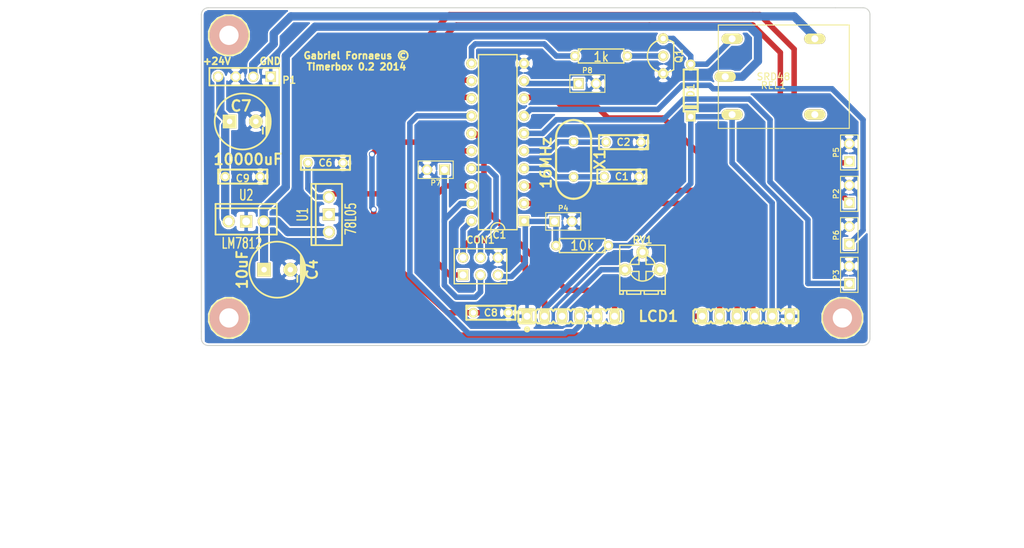
<source format=kicad_pcb>
(kicad_pcb (version 3) (host pcbnew "(2013-may-18)-stable")

  (general
    (links 67)
    (no_connects 0)
    (area 164.924999 92.924999 262.075001 142.075001)
    (thickness 1.6)
    (drawings 17)
    (tracks 211)
    (zones 0)
    (modules 30)
    (nets 27)
  )

  (page A3)
  (layers
    (15 F.Cu signal)
    (0 B.Cu signal)
    (16 B.Adhes user)
    (17 F.Adhes user)
    (18 B.Paste user)
    (19 F.Paste user)
    (20 B.SilkS user)
    (21 F.SilkS user)
    (22 B.Mask user)
    (23 F.Mask user)
    (24 Dwgs.User user)
    (25 Cmts.User user)
    (26 Eco1.User user)
    (27 Eco2.User user)
    (28 Edge.Cuts user)
  )

  (setup
    (last_trace_width 0.8)
    (trace_clearance 0.254)
    (zone_clearance 0.254)
    (zone_45_only no)
    (trace_min 0.254)
    (segment_width 0.2)
    (edge_width 0.15)
    (via_size 0.889)
    (via_drill 0.635)
    (via_min_size 0.889)
    (via_min_drill 0.508)
    (uvia_size 0.508)
    (uvia_drill 0.127)
    (uvias_allowed no)
    (uvia_min_size 0.508)
    (uvia_min_drill 0.127)
    (pcb_text_width 0.3)
    (pcb_text_size 1 1)
    (mod_edge_width 0.15)
    (mod_text_size 1 1)
    (mod_text_width 0.15)
    (pad_size 3.084 1.524)
    (pad_drill 1.016)
    (pad_to_mask_clearance 0)
    (aux_axis_origin 0 0)
    (visible_elements FFFFFFBF)
    (pcbplotparams
      (layerselection 284196865)
      (usegerberextensions true)
      (excludeedgelayer true)
      (linewidth 0.150000)
      (plotframeref false)
      (viasonmask false)
      (mode 1)
      (useauxorigin false)
      (hpglpennumber 1)
      (hpglpenspeed 20)
      (hpglpendiameter 15)
      (hpglpenoverlay 2)
      (psnegative false)
      (psa4output false)
      (plotreference true)
      (plotvalue true)
      (plotothertext true)
      (plotinvisibletext false)
      (padsonsilk false)
      (subtractmaskfromsilk false)
      (outputformat 1)
      (mirror false)
      (drillshape 0)
      (scaleselection 1)
      (outputdirectory /home/gabriel/timerbox0.1-gerber/))
  )

  (net 0 "")
  (net 1 +12V)
  (net 2 +24V)
  (net 3 +5V)
  (net 4 /BTN0)
  (net 5 /BTN1)
  (net 6 /BTN2)
  (net 7 /BTN3)
  (net 8 /BTN4)
  (net 9 /BTN5)
  (net 10 /DB4)
  (net 11 /DB5)
  (net 12 /DB6)
  (net 13 /DB7)
  (net 14 /E)
  (net 15 /MISO)
  (net 16 /MOSI)
  (net 17 /RL1)
  (net 18 /RS)
  (net 19 /RST)
  (net 20 GND)
  (net 21 N-0000020)
  (net 22 N-0000023)
  (net 23 N-0000024)
  (net 24 N-0000025)
  (net 25 N-000003)
  (net 26 N-000004)

  (net_class Default "This is the default net class."
    (clearance 0.254)
    (trace_width 0.8)
    (via_dia 0.889)
    (via_drill 0.635)
    (uvia_dia 0.508)
    (uvia_drill 0.127)
    (add_net "")
    (add_net +5V)
    (add_net /BTN0)
    (add_net /BTN1)
    (add_net /BTN2)
    (add_net /BTN3)
    (add_net /BTN4)
    (add_net /BTN5)
    (add_net /DB4)
    (add_net /DB5)
    (add_net /DB6)
    (add_net /DB7)
    (add_net /E)
    (add_net /MISO)
    (add_net /MOSI)
    (add_net /RS)
    (add_net /RST)
    (add_net GND)
    (add_net N-0000020)
    (add_net N-0000023)
    (add_net N-0000024)
    (add_net N-0000025)
    (add_net N-000003)
    (add_net N-000004)
  )

  (net_class Bigger ""
    (clearance 0.254)
    (trace_width 1.2)
    (via_dia 0.889)
    (via_drill 0.635)
    (uvia_dia 0.508)
    (uvia_drill 0.127)
    (add_net +12V)
    (add_net +24V)
    (add_net /RL1)
  )

  (module TO92CBE_INLINE (layer F.Cu) (tedit 488F2649) (tstamp 5380DC0D)
    (at 232 100 270)
    (descr "Transistor TO92")
    (tags TO92)
    (path /532606B1)
    (fp_text reference Q1 (at 0 -2.286 270) (layer F.SilkS)
      (effects (font (size 1.016 1.016) (thickness 0.2032)))
    )
    (fp_text value 2N3904 (at 0 2.286 270) (layer F.SilkS) hide
      (effects (font (size 1.016 1.016) (thickness 0.2032)))
    )
    (fp_arc (start 0 -0.127) (end -1.397 1.8415) (angle 90) (layer F.SilkS) (width 0.2032))
    (fp_arc (start 0 -0.127) (end 1.9685 -1.524) (angle 90) (layer F.SilkS) (width 0.2032))
    (fp_arc (start 0 -0.127) (end 0 2.286) (angle 90) (layer F.SilkS) (width 0.2032))
    (fp_arc (start 0 -0.127) (end 2.413 -0.127) (angle 90) (layer F.SilkS) (width 0.2032))
    (fp_line (start 1.9685 -1.524) (end -1.9685 -1.524) (layer F.SilkS) (width 0.2032))
    (pad B thru_hole circle (at 0 0 270) (size 1.524 1.524) (drill 0.7874)
      (layers *.Cu *.Mask F.SilkS)
      (net 21 N-0000020)
    )
    (pad E thru_hole circle (at 2.54 0 270) (size 1.524 1.524) (drill 0.7874)
      (layers *.Cu *.Mask F.SilkS)
      (net 20 GND)
    )
    (pad C thru_hole circle (at -2.54 0 270) (size 1.524 1.524) (drill 0.7874)
      (layers *.Cu *.Mask F.SilkS)
      (net 24 N-0000025)
    )
    (model transistors/to92_inline.wrl
      (at (xyz 0 0 0))
      (scale (xyz 1 1 1))
      (rotate (xyz 0 0 0))
    )
  )

  (module R3 (layer F.Cu) (tedit 4E4C0E65) (tstamp 5380DC28)
    (at 223 100)
    (descr "Resitance 3 pas")
    (tags R)
    (path /5321F739)
    (autoplace_cost180 10)
    (fp_text reference R4 (at 0 0.127) (layer F.SilkS) hide
      (effects (font (size 1.397 1.27) (thickness 0.2032)))
    )
    (fp_text value 1k (at 0 0.127) (layer F.SilkS)
      (effects (font (size 1.397 1.27) (thickness 0.2032)))
    )
    (fp_line (start -3.81 0) (end -3.302 0) (layer F.SilkS) (width 0.2032))
    (fp_line (start 3.81 0) (end 3.302 0) (layer F.SilkS) (width 0.2032))
    (fp_line (start 3.302 0) (end 3.302 -1.016) (layer F.SilkS) (width 0.2032))
    (fp_line (start 3.302 -1.016) (end -3.302 -1.016) (layer F.SilkS) (width 0.2032))
    (fp_line (start -3.302 -1.016) (end -3.302 1.016) (layer F.SilkS) (width 0.2032))
    (fp_line (start -3.302 1.016) (end 3.302 1.016) (layer F.SilkS) (width 0.2032))
    (fp_line (start 3.302 1.016) (end 3.302 0) (layer F.SilkS) (width 0.2032))
    (fp_line (start -3.302 -0.508) (end -2.794 -1.016) (layer F.SilkS) (width 0.2032))
    (pad 1 thru_hole circle (at -3.81 0) (size 1.397 1.397) (drill 0.8128)
      (layers *.Cu *.Mask F.SilkS)
      (net 26 N-000004)
    )
    (pad 2 thru_hole circle (at 3.81 0) (size 1.397 1.397) (drill 0.8128)
      (layers *.Cu *.Mask F.SilkS)
      (net 21 N-0000020)
    )
    (model discret/resistor.wrl
      (at (xyz 0 0 0))
      (scale (xyz 0.3 0.3 0.3))
      (rotate (xyz 0 0 0))
    )
  )

  (module R3 (layer F.Cu) (tedit 538202AD) (tstamp 5380DC44)
    (at 220.25 127.5 180)
    (descr "Resitance 3 pas")
    (tags R)
    (path /516C7CED)
    (autoplace_cost180 10)
    (fp_text reference R1 (at 0 0.127 180) (layer F.SilkS) hide
      (effects (font (size 1.397 1.27) (thickness 0.2032)))
    )
    (fp_text value 10k (at 0 0 180) (layer F.SilkS)
      (effects (font (size 1.397 1.27) (thickness 0.2032)))
    )
    (fp_line (start -3.81 0) (end -3.302 0) (layer F.SilkS) (width 0.2032))
    (fp_line (start 3.81 0) (end 3.302 0) (layer F.SilkS) (width 0.2032))
    (fp_line (start 3.302 0) (end 3.302 -1.016) (layer F.SilkS) (width 0.2032))
    (fp_line (start 3.302 -1.016) (end -3.302 -1.016) (layer F.SilkS) (width 0.2032))
    (fp_line (start -3.302 -1.016) (end -3.302 1.016) (layer F.SilkS) (width 0.2032))
    (fp_line (start -3.302 1.016) (end 3.302 1.016) (layer F.SilkS) (width 0.2032))
    (fp_line (start 3.302 1.016) (end 3.302 0) (layer F.SilkS) (width 0.2032))
    (fp_line (start -3.302 -0.508) (end -2.794 -1.016) (layer F.SilkS) (width 0.2032))
    (pad 1 thru_hole circle (at -3.81 0 180) (size 1.397 1.397) (drill 0.8128)
      (layers *.Cu *.Mask F.SilkS)
      (net 3 +5V)
    )
    (pad 2 thru_hole circle (at 3.81 0 180) (size 1.397 1.397) (drill 0.8128)
      (layers *.Cu *.Mask F.SilkS)
      (net 19 /RST)
    )
    (model discret/resistor.wrl
      (at (xyz 0 0 0))
      (scale (xyz 0.3 0.3 0.3))
      (rotate (xyz 0 0 0))
    )
  )

  (module PIN_ARRAY_4x1 (layer F.Cu) (tedit 538208CF) (tstamp 5380DC5E)
    (at 171.25 103 180)
    (descr "Double rangee de contacts 2 x 5 pins")
    (tags CONN)
    (path /5321EB24)
    (fp_text reference P1 (at -6.5 -0.5 180) (layer F.SilkS)
      (effects (font (size 1.016 1.016) (thickness 0.2032)))
    )
    (fp_text value CON (at 0 2.54 180) (layer F.SilkS) hide
      (effects (font (size 1.016 1.016) (thickness 0.2032)))
    )
    (fp_line (start 5.08 1.27) (end -5.08 1.27) (layer F.SilkS) (width 0.254))
    (fp_line (start 5.08 -1.27) (end -5.08 -1.27) (layer F.SilkS) (width 0.254))
    (fp_line (start -5.08 -1.27) (end -5.08 1.27) (layer F.SilkS) (width 0.254))
    (fp_line (start 5.08 1.27) (end 5.08 -1.27) (layer F.SilkS) (width 0.254))
    (pad 1 thru_hole rect (at -3.81 0 180) (size 1.524 1.524) (drill 1.016)
      (layers *.Cu *.Mask F.SilkS)
      (net 20 GND)
    )
    (pad 2 thru_hole circle (at -1.27 0 180) (size 1.524 1.524) (drill 1.016)
      (layers *.Cu *.Mask F.SilkS)
      (net 17 /RL1)
    )
    (pad 3 thru_hole circle (at 1.27 0 180) (size 1.524 1.524) (drill 1.016)
      (layers *.Cu *.Mask F.SilkS)
      (net 20 GND)
    )
    (pad 4 thru_hole circle (at 3.81 0 180) (size 1.524 1.524) (drill 1.016)
      (layers *.Cu *.Mask F.SilkS)
      (net 2 +24V)
    )
    (model pin_array\pins_array_4x1.wrl
      (at (xyz 0 0 0))
      (scale (xyz 1 1 1))
      (rotate (xyz 0 0 0))
    )
  )

  (module pin_array_3x2 (layer F.Cu) (tedit 42931587) (tstamp 5380DC6C)
    (at 205.5 130.5)
    (descr "Double rangee de contacts 2 x 4 pins")
    (tags CONN)
    (path /516C7B54)
    (fp_text reference CON1 (at 0 -3.81) (layer F.SilkS)
      (effects (font (size 1.016 1.016) (thickness 0.2032)))
    )
    (fp_text value AVR-ISP-6 (at 0 3.81) (layer F.SilkS) hide
      (effects (font (size 1.016 1.016) (thickness 0.2032)))
    )
    (fp_line (start 3.81 2.54) (end -3.81 2.54) (layer F.SilkS) (width 0.2032))
    (fp_line (start -3.81 -2.54) (end 3.81 -2.54) (layer F.SilkS) (width 0.2032))
    (fp_line (start 3.81 -2.54) (end 3.81 2.54) (layer F.SilkS) (width 0.2032))
    (fp_line (start -3.81 2.54) (end -3.81 -2.54) (layer F.SilkS) (width 0.2032))
    (pad 1 thru_hole rect (at -2.54 1.27) (size 1.524 1.524) (drill 1.016)
      (layers *.Cu *.Mask F.SilkS)
      (net 15 /MISO)
    )
    (pad 2 thru_hole circle (at -2.54 -1.27) (size 1.524 1.524) (drill 1.016)
      (layers *.Cu *.Mask F.SilkS)
      (net 3 +5V)
    )
    (pad 3 thru_hole circle (at 0 1.27) (size 1.524 1.524) (drill 1.016)
      (layers *.Cu *.Mask F.SilkS)
      (net 8 /BTN4)
    )
    (pad 4 thru_hole circle (at 0 -1.27) (size 1.524 1.524) (drill 1.016)
      (layers *.Cu *.Mask F.SilkS)
      (net 16 /MOSI)
    )
    (pad 5 thru_hole circle (at 2.54 1.27) (size 1.524 1.524) (drill 1.016)
      (layers *.Cu *.Mask F.SilkS)
      (net 19 /RST)
    )
    (pad 6 thru_hole circle (at 2.54 -1.27) (size 1.524 1.524) (drill 1.016)
      (layers *.Cu *.Mask F.SilkS)
      (net 20 GND)
    )
    (model pin_array/pins_array_3x2.wrl
      (at (xyz 0 0 0))
      (scale (xyz 1 1 1))
      (rotate (xyz 0 0 0))
    )
  )

  (module PIN_ARRAY_2X1 (layer F.Cu) (tedit 4565C520) (tstamp 5381FF41)
    (at 259 114 90)
    (descr "Connecteurs 2 pins")
    (tags "CONN DEV")
    (path /5321EB4B)
    (fp_text reference P5 (at 0 -1.905 90) (layer F.SilkS)
      (effects (font (size 0.762 0.762) (thickness 0.1524)))
    )
    (fp_text value BTN0 (at 0 -1.905 90) (layer F.SilkS) hide
      (effects (font (size 0.762 0.762) (thickness 0.1524)))
    )
    (fp_line (start -2.54 1.27) (end -2.54 -1.27) (layer F.SilkS) (width 0.1524))
    (fp_line (start -2.54 -1.27) (end 2.54 -1.27) (layer F.SilkS) (width 0.1524))
    (fp_line (start 2.54 -1.27) (end 2.54 1.27) (layer F.SilkS) (width 0.1524))
    (fp_line (start 2.54 1.27) (end -2.54 1.27) (layer F.SilkS) (width 0.1524))
    (pad 1 thru_hole rect (at -1.27 0 90) (size 1.524 1.524) (drill 1.016)
      (layers *.Cu *.Mask F.SilkS)
      (net 5 /BTN1)
    )
    (pad 2 thru_hole circle (at 1.27 0 90) (size 1.524 1.524) (drill 1.016)
      (layers *.Cu *.Mask F.SilkS)
      (net 20 GND)
    )
    (model pin_array/pins_array_2x1.wrl
      (at (xyz 0 0 0))
      (scale (xyz 1 1 1))
      (rotate (xyz 0 0 0))
    )
  )

  (module PIN_ARRAY_2X1 (layer F.Cu) (tedit 4565C520) (tstamp 5380DC8C)
    (at 217.5 124)
    (descr "Connecteurs 2 pins")
    (tags "CONN DEV")
    (path /53272288)
    (fp_text reference P4 (at 0 -1.905) (layer F.SilkS)
      (effects (font (size 0.762 0.762) (thickness 0.1524)))
    )
    (fp_text value RST (at 0 -1.905) (layer F.SilkS) hide
      (effects (font (size 0.762 0.762) (thickness 0.1524)))
    )
    (fp_line (start -2.54 1.27) (end -2.54 -1.27) (layer F.SilkS) (width 0.1524))
    (fp_line (start -2.54 -1.27) (end 2.54 -1.27) (layer F.SilkS) (width 0.1524))
    (fp_line (start 2.54 -1.27) (end 2.54 1.27) (layer F.SilkS) (width 0.1524))
    (fp_line (start 2.54 1.27) (end -2.54 1.27) (layer F.SilkS) (width 0.1524))
    (pad 1 thru_hole rect (at -1.27 0) (size 1.524 1.524) (drill 1.016)
      (layers *.Cu *.Mask F.SilkS)
      (net 19 /RST)
    )
    (pad 2 thru_hole circle (at 1.27 0) (size 1.524 1.524) (drill 1.016)
      (layers *.Cu *.Mask F.SilkS)
      (net 20 GND)
    )
    (model pin_array/pins_array_2x1.wrl
      (at (xyz 0 0 0))
      (scale (xyz 1 1 1))
      (rotate (xyz 0 0 0))
    )
  )

  (module PIN_ARRAY_2X1 (layer F.Cu) (tedit 4565C520) (tstamp 5380DC96)
    (at 259 120 90)
    (descr "Connecteurs 2 pins")
    (tags "CONN DEV")
    (path /5321EB38)
    (fp_text reference P2 (at 0 -1.905 90) (layer F.SilkS)
      (effects (font (size 0.762 0.762) (thickness 0.1524)))
    )
    (fp_text value BTN1 (at 0 -1.905 90) (layer F.SilkS) hide
      (effects (font (size 0.762 0.762) (thickness 0.1524)))
    )
    (fp_line (start -2.54 1.27) (end -2.54 -1.27) (layer F.SilkS) (width 0.1524))
    (fp_line (start -2.54 -1.27) (end 2.54 -1.27) (layer F.SilkS) (width 0.1524))
    (fp_line (start 2.54 -1.27) (end 2.54 1.27) (layer F.SilkS) (width 0.1524))
    (fp_line (start 2.54 1.27) (end -2.54 1.27) (layer F.SilkS) (width 0.1524))
    (pad 1 thru_hole rect (at -1.27 0 90) (size 1.524 1.524) (drill 1.016)
      (layers *.Cu *.Mask F.SilkS)
      (net 4 /BTN0)
    )
    (pad 2 thru_hole circle (at 1.27 0 90) (size 1.524 1.524) (drill 1.016)
      (layers *.Cu *.Mask F.SilkS)
      (net 20 GND)
    )
    (model pin_array/pins_array_2x1.wrl
      (at (xyz 0 0 0))
      (scale (xyz 1 1 1))
      (rotate (xyz 0 0 0))
    )
  )

  (module LV_1602-LCD-6+6pin (layer F.Cu) (tedit 500EFB64) (tstamp 5380DD00)
    (at 244 153)
    (descr "16x2 LCD, connected using 6 + 6 pins (4-bit mode, with backlit)")
    (tags "1602 16X2 LCD")
    (path /516D1A3A)
    (fp_text reference LCD1 (at -12.7 -15.24) (layer F.SilkS)
      (effects (font (size 1.524 1.524) (thickness 0.3048)))
    )
    (fp_text value LV_1602_LCD_HD44780_6+6 (at -1.44272 -1.02616) (layer F.SilkS) hide
      (effects (font (size 1.016 1.016) (thickness 0.254)))
    )
    (fp_line (start -32.766 -16.256) (end -30.734 -14.224) (layer F.SilkS) (width 0.3048))
    (fp_line (start -30.734 -16.256) (end -32.766 -14.224) (layer F.SilkS) (width 0.3048))
    (fp_line (start -30.48 -16.002) (end -30.48 -14.478) (layer F.SilkS) (width 0.3048))
    (fp_circle (center -31.75 -13.335) (end -32.004 -13.335) (layer F.SilkS) (width 0.381))
    (fp_line (start 7.62 -16.002) (end 7.62 -14.478) (layer F.SilkS) (width 0.3048))
    (fp_line (start 7.62 -14.478) (end 7.366 -14.224) (layer F.SilkS) (width 0.3048))
    (fp_line (start 7.366 -14.224) (end 5.334 -14.224) (layer F.SilkS) (width 0.3048))
    (fp_line (start 5.334 -16.256) (end 7.366 -16.256) (layer F.SilkS) (width 0.3048))
    (fp_line (start 7.366 -16.256) (end 7.62 -16.002) (layer F.SilkS) (width 0.3048))
    (fp_line (start -7.62 -16.002) (end -7.62 -14.478) (layer F.SilkS) (width 0.3048))
    (fp_line (start -7.62 -14.478) (end -7.366 -14.224) (layer F.SilkS) (width 0.3048))
    (fp_line (start -7.366 -14.224) (end -5.334 -14.224) (layer F.SilkS) (width 0.3048))
    (fp_line (start -5.334 -16.256) (end -7.366 -16.256) (layer F.SilkS) (width 0.3048))
    (fp_line (start -7.366 -16.256) (end -7.62 -16.002) (layer F.SilkS) (width 0.3048))
    (fp_line (start -20.066 -14.224) (end -18.034 -14.224) (layer F.SilkS) (width 0.3048))
    (fp_line (start -18.034 -16.256) (end -17.78 -16.002) (layer F.SilkS) (width 0.3048))
    (fp_line (start -17.78 -16.002) (end -17.78 -14.478) (layer F.SilkS) (width 0.3048))
    (fp_line (start -17.78 -14.478) (end -18.034 -14.224) (layer F.SilkS) (width 0.3048))
    (fp_line (start -18.034 -16.256) (end -20.066 -16.256) (layer F.SilkS) (width 0.3048))
    (fp_line (start -32.766 -14.224) (end -30.734 -14.224) (layer F.SilkS) (width 0.3048))
    (fp_line (start -30.734 -16.256) (end -32.766 -16.256) (layer F.SilkS) (width 0.3048))
    (fp_line (start -32.766 -16.256) (end -33.02 -16.002) (layer F.SilkS) (width 0.3048))
    (fp_line (start -33.02 -16.002) (end -33.02 -14.478) (layer F.SilkS) (width 0.3048))
    (fp_line (start -33.02 -14.478) (end -32.766 -14.224) (layer F.SilkS) (width 0.3048))
    (fp_line (start -2.286 -14.224) (end -0.254 -14.224) (layer F.SilkS) (width 0.3048))
    (fp_line (start -2.54 -14.478) (end -2.286 -14.224) (layer F.SilkS) (width 0.3048))
    (fp_line (start -2.794 -14.224) (end -2.54 -14.478) (layer F.SilkS) (width 0.3048))
    (fp_line (start -4.826 -14.224) (end -2.794 -14.224) (layer F.SilkS) (width 0.3048))
    (fp_line (start -5.08 -14.478) (end -4.826 -14.224) (layer F.SilkS) (width 0.3048))
    (fp_line (start -5.334 -14.224) (end -5.08 -14.478) (layer F.SilkS) (width 0.3048))
    (fp_line (start 0 -14.478) (end -0.254 -14.224) (layer F.SilkS) (width 0.3048))
    (fp_line (start 0.254 -14.224) (end 0 -14.478) (layer F.SilkS) (width 0.3048))
    (fp_line (start 2.286 -14.224) (end 0.254 -14.224) (layer F.SilkS) (width 0.3048))
    (fp_line (start 2.54 -14.478) (end 2.286 -14.224) (layer F.SilkS) (width 0.3048))
    (fp_line (start 2.794 -14.224) (end 2.54 -14.478) (layer F.SilkS) (width 0.3048))
    (fp_line (start 3.048 -14.224) (end 2.794 -14.224) (layer F.SilkS) (width 0.3048))
    (fp_line (start 4.826 -14.224) (end 3.048 -14.224) (layer F.SilkS) (width 0.3048))
    (fp_line (start 5.08 -14.478) (end 4.826 -14.224) (layer F.SilkS) (width 0.3048))
    (fp_line (start 5.334 -14.224) (end 5.08 -14.478) (layer F.SilkS) (width 0.3048))
    (fp_line (start 5.08 -16.002) (end 5.334 -16.256) (layer F.SilkS) (width 0.3048))
    (fp_line (start 4.826 -16.256) (end 5.08 -16.002) (layer F.SilkS) (width 0.3048))
    (fp_line (start 2.794 -16.256) (end 4.826 -16.256) (layer F.SilkS) (width 0.3048))
    (fp_line (start 2.54 -16.002) (end 2.794 -16.256) (layer F.SilkS) (width 0.3048))
    (fp_line (start 2.286 -16.256) (end 2.54 -16.002) (layer F.SilkS) (width 0.3048))
    (fp_line (start 0.254 -16.256) (end 2.286 -16.256) (layer F.SilkS) (width 0.3048))
    (fp_line (start 0 -16.002) (end 0.254 -16.256) (layer F.SilkS) (width 0.3048))
    (fp_line (start -0.254 -16.256) (end 0 -16.002) (layer F.SilkS) (width 0.3048))
    (fp_line (start -2.286 -16.256) (end -0.254 -16.256) (layer F.SilkS) (width 0.3048))
    (fp_line (start -2.54 -16.002) (end -2.286 -16.256) (layer F.SilkS) (width 0.3048))
    (fp_line (start -2.794 -16.256) (end -2.54 -16.002) (layer F.SilkS) (width 0.3048))
    (fp_line (start -4.826 -16.256) (end -2.794 -16.256) (layer F.SilkS) (width 0.3048))
    (fp_line (start -5.08 -16.002) (end -4.826 -16.256) (layer F.SilkS) (width 0.3048))
    (fp_line (start -5.334 -16.256) (end -5.08 -16.002) (layer F.SilkS) (width 0.3048))
    (fp_line (start -30.734 -16.256) (end -30.48 -16.002) (layer F.SilkS) (width 0.3048))
    (fp_line (start -30.48 -16.002) (end -30.226 -16.256) (layer F.SilkS) (width 0.3048))
    (fp_line (start -30.226 -16.256) (end -28.194 -16.256) (layer F.SilkS) (width 0.3048))
    (fp_line (start -28.194 -16.256) (end -27.94 -16.002) (layer F.SilkS) (width 0.3048))
    (fp_line (start -27.94 -16.002) (end -27.686 -16.256) (layer F.SilkS) (width 0.3048))
    (fp_line (start -27.686 -16.256) (end -25.654 -16.256) (layer F.SilkS) (width 0.3048))
    (fp_line (start -25.654 -16.256) (end -25.4 -16.002) (layer F.SilkS) (width 0.3048))
    (fp_line (start -25.4 -16.002) (end -25.146 -16.256) (layer F.SilkS) (width 0.3048))
    (fp_line (start -25.146 -16.256) (end -23.114 -16.256) (layer F.SilkS) (width 0.3048))
    (fp_line (start -23.114 -16.256) (end -22.86 -16.002) (layer F.SilkS) (width 0.3048))
    (fp_line (start -22.86 -16.002) (end -22.606 -16.256) (layer F.SilkS) (width 0.3048))
    (fp_line (start -22.606 -16.256) (end -20.574 -16.256) (layer F.SilkS) (width 0.3048))
    (fp_line (start -20.574 -16.256) (end -20.32 -16.002) (layer F.SilkS) (width 0.3048))
    (fp_line (start -20.32 -16.002) (end -20.066 -16.256) (layer F.SilkS) (width 0.3048))
    (fp_line (start -20.066 -14.224) (end -20.32 -14.478) (layer F.SilkS) (width 0.3048))
    (fp_line (start -20.32 -14.478) (end -20.574 -14.224) (layer F.SilkS) (width 0.3048))
    (fp_line (start -20.574 -14.224) (end -22.352 -14.224) (layer F.SilkS) (width 0.3048))
    (fp_line (start -22.352 -14.224) (end -22.606 -14.224) (layer F.SilkS) (width 0.3048))
    (fp_line (start -22.606 -14.224) (end -22.86 -14.478) (layer F.SilkS) (width 0.3048))
    (fp_line (start -22.86 -14.478) (end -23.114 -14.224) (layer F.SilkS) (width 0.3048))
    (fp_line (start -23.114 -14.224) (end -25.146 -14.224) (layer F.SilkS) (width 0.3048))
    (fp_line (start -25.146 -14.224) (end -25.4 -14.478) (layer F.SilkS) (width 0.3048))
    (fp_line (start -25.4 -14.478) (end -25.654 -14.224) (layer F.SilkS) (width 0.3048))
    (fp_line (start -30.734 -14.224) (end -30.48 -14.478) (layer F.SilkS) (width 0.3048))
    (fp_line (start -30.48 -14.478) (end -30.226 -14.224) (layer F.SilkS) (width 0.3048))
    (fp_line (start -30.226 -14.224) (end -28.194 -14.224) (layer F.SilkS) (width 0.3048))
    (fp_line (start -28.194 -14.224) (end -27.94 -14.478) (layer F.SilkS) (width 0.3048))
    (fp_line (start -27.94 -14.478) (end -27.686 -14.224) (layer F.SilkS) (width 0.3048))
    (fp_line (start -27.686 -14.224) (end -25.654 -14.224) (layer F.SilkS) (width 0.3048))
    (fp_line (start -39.751 -17.73936) (end 40.24884 -17.73936) (layer Cmts.User) (width 0.2032))
    (fp_line (start 40.24884 -17.73936) (end 40.24884 18.25752) (layer Cmts.User) (width 0.2032))
    (fp_line (start 40.24884 18.25752) (end -39.751 18.25752) (layer Cmts.User) (width 0.2032))
    (fp_line (start -39.751 18.25752) (end -39.751 -17.73936) (layer Cmts.User) (width 0.2032))
    (fp_circle (center -37.2364 -15.24) (end -35.2044 -15.24) (layer Cmts.User) (width 0.254))
    (fp_circle (center 37.7444 15.748) (end 39.7764 15.748) (layer Cmts.User) (width 0.254))
    (fp_circle (center 37.7444 -15.24) (end 39.7764 -15.24) (layer Cmts.User) (width 0.254))
    (fp_circle (center -37.2364 15.748) (end -35.2044 15.748) (layer Cmts.User) (width 0.254))
    (pad 1 thru_hole rect (at -31.75 -15.24) (size 1.524 2.286) (drill 1.00076)
      (layers *.Cu *.Mask F.SilkS)
      (net 20 GND)
    )
    (pad 2 thru_hole oval (at -29.21 -15.24) (size 1.524 2.286) (drill 1.00076)
      (layers *.Cu *.Mask F.SilkS)
      (net 3 +5V)
    )
    (pad 3 thru_hole oval (at -26.67 -15.24) (size 1.524 2.286) (drill 1.00076)
      (layers *.Cu *.Mask F.SilkS)
      (net 25 N-000003)
    )
    (pad 4 thru_hole oval (at -24.13 -15.24) (size 1.524 2.286) (drill 1.00076)
      (layers *.Cu *.Mask F.SilkS)
      (net 18 /RS)
    )
    (pad 5 thru_hole oval (at -21.59 -15.24) (size 1.524 2.286) (drill 1.00076)
      (layers *.Cu *.Mask F.SilkS)
      (net 20 GND)
    )
    (pad 6 thru_hole oval (at -19.05 -15.24) (size 1.524 2.286) (drill 1.00076)
      (layers *.Cu *.Mask F.SilkS)
      (net 14 /E)
    )
    (pad 11 thru_hole oval (at -6.35 -15.24) (size 1.524 2.286) (drill 1.00076)
      (layers *.Cu *.Mask F.SilkS)
      (net 10 /DB4)
    )
    (pad 12 thru_hole oval (at -3.81 -15.24) (size 1.524 2.286) (drill 1.00076)
      (layers *.Cu *.Mask F.SilkS)
      (net 11 /DB5)
    )
    (pad 13 thru_hole oval (at -1.27 -15.24) (size 1.524 2.286) (drill 1.00076)
      (layers *.Cu *.Mask F.SilkS)
      (net 12 /DB6)
    )
    (pad 14 thru_hole oval (at 1.27 -15.24) (size 1.524 2.286) (drill 1.00076)
      (layers *.Cu *.Mask F.SilkS)
      (net 13 /DB7)
    )
    (pad 15 thru_hole oval (at 3.81 -15.24) (size 1.524 2.286) (drill 1.00076)
      (layers *.Cu *.Mask F.SilkS)
      (net 3 +5V)
    )
    (pad 16 thru_hole oval (at 6.35 -15.24) (size 1.524 2.286) (drill 1.00076)
      (layers *.Cu *.Mask F.SilkS)
      (net 20 GND)
    )
    (model reniemarquet/3d_con_pcb/conF_06.wrl
      (at (xyz -1 0.6 -0.02))
      (scale (xyz 1 1 1))
      (rotate (xyz 0 0 0))
    )
    (model reniemarquet/3d_con_pcb/conF_06.wrl
      (at (xyz 0 0.6 -0.02))
      (scale (xyz 1 1 1))
      (rotate (xyz 0 0 0))
    )
  )

  (module LM78XXV (layer F.Cu) (tedit 4C5EE157) (tstamp 5380DD0E)
    (at 171.5 124 90)
    (descr "Regulateur TO220 serie LM78xx")
    (tags "TR TO220")
    (path /53220E75)
    (fp_text reference U2 (at 3.81 0 180) (layer F.SilkS)
      (effects (font (size 1.524 1.016) (thickness 0.2032)))
    )
    (fp_text value LM7812 (at -3.175 -0.635 180) (layer F.SilkS)
      (effects (font (size 1.524 1.016) (thickness 0.2032)))
    )
    (fp_line (start 1.905 -4.445) (end 2.54 -4.445) (layer F.SilkS) (width 0.254))
    (fp_line (start 2.54 -4.445) (end 2.54 4.445) (layer F.SilkS) (width 0.254))
    (fp_line (start 2.54 4.445) (end 1.905 4.445) (layer F.SilkS) (width 0.254))
    (fp_line (start -1.905 -4.445) (end 1.905 -4.445) (layer F.SilkS) (width 0.254))
    (fp_line (start 1.905 -4.445) (end 1.905 4.445) (layer F.SilkS) (width 0.254))
    (fp_line (start 1.905 4.445) (end -1.905 4.445) (layer F.SilkS) (width 0.254))
    (fp_line (start -1.905 4.445) (end -1.905 -4.445) (layer F.SilkS) (width 0.254))
    (pad VI thru_hole circle (at 0 -2.54 90) (size 1.778 1.778) (drill 1.143)
      (layers *.Cu *.Mask F.SilkS)
      (net 2 +24V)
    )
    (pad GND thru_hole rect (at 0 0 90) (size 1.778 1.778) (drill 1.143)
      (layers *.Cu *.Mask F.SilkS)
      (net 20 GND)
    )
    (pad VO thru_hole circle (at 0 2.54 90) (size 1.778 1.778) (drill 1.143)
      (layers *.Cu *.Mask F.SilkS)
      (net 1 +12V)
    )
  )

  (module LM78XXV (layer F.Cu) (tedit 4C5EE157) (tstamp 5380DD1C)
    (at 183.5 123 180)
    (descr "Regulateur TO220 serie LM78xx")
    (tags "TR TO220")
    (path /516C4D25)
    (fp_text reference U1 (at 3.81 0 270) (layer F.SilkS)
      (effects (font (size 1.524 1.016) (thickness 0.2032)))
    )
    (fp_text value 78L05 (at -3.175 -0.635 270) (layer F.SilkS)
      (effects (font (size 1.524 1.016) (thickness 0.2032)))
    )
    (fp_line (start 1.905 -4.445) (end 2.54 -4.445) (layer F.SilkS) (width 0.254))
    (fp_line (start 2.54 -4.445) (end 2.54 4.445) (layer F.SilkS) (width 0.254))
    (fp_line (start 2.54 4.445) (end 1.905 4.445) (layer F.SilkS) (width 0.254))
    (fp_line (start -1.905 -4.445) (end 1.905 -4.445) (layer F.SilkS) (width 0.254))
    (fp_line (start 1.905 -4.445) (end 1.905 4.445) (layer F.SilkS) (width 0.254))
    (fp_line (start 1.905 4.445) (end -1.905 4.445) (layer F.SilkS) (width 0.254))
    (fp_line (start -1.905 4.445) (end -1.905 -4.445) (layer F.SilkS) (width 0.254))
    (pad VI thru_hole circle (at 0 -2.54 180) (size 1.778 1.778) (drill 1.143)
      (layers *.Cu *.Mask F.SilkS)
      (net 1 +12V)
    )
    (pad GND thru_hole rect (at 0 0 180) (size 1.778 1.778) (drill 1.143)
      (layers *.Cu *.Mask F.SilkS)
      (net 20 GND)
    )
    (pad VO thru_hole circle (at 0 2.54 180) (size 1.778 1.778) (drill 1.143)
      (layers *.Cu *.Mask F.SilkS)
      (net 3 +5V)
    )
  )

  (module HC-49V (layer F.Cu) (tedit 5382004C) (tstamp 5380DD37)
    (at 219 115 270)
    (descr "Quartz boitier HC-49 Vertical")
    (tags "QUARTZ DEV")
    (path /516C4D35)
    (autoplace_cost180 10)
    (fp_text reference X1 (at 0 -3.81 270) (layer F.SilkS)
      (effects (font (size 1.524 1.524) (thickness 0.3048)))
    )
    (fp_text value 16MHz (at 0.5 4 270) (layer F.SilkS)
      (effects (font (size 1.524 1.524) (thickness 0.3048)))
    )
    (fp_line (start -3.175 2.54) (end 3.175 2.54) (layer F.SilkS) (width 0.3175))
    (fp_line (start -3.175 -2.54) (end 3.175 -2.54) (layer F.SilkS) (width 0.3175))
    (fp_arc (start 3.175 0) (end 3.175 -2.54) (angle 90) (layer F.SilkS) (width 0.3175))
    (fp_arc (start 3.175 0) (end 5.715 0) (angle 90) (layer F.SilkS) (width 0.3175))
    (fp_arc (start -3.175 0) (end -5.715 0) (angle 90) (layer F.SilkS) (width 0.3175))
    (fp_arc (start -3.175 0) (end -3.175 2.54) (angle 90) (layer F.SilkS) (width 0.3175))
    (pad 1 thru_hole circle (at -2.54 0 270) (size 1.4224 1.4224) (drill 0.762)
      (layers *.Cu *.Mask F.SilkS)
      (net 23 N-0000024)
    )
    (pad 2 thru_hole circle (at 2.54 0 270) (size 1.4224 1.4224) (drill 0.762)
      (layers *.Cu *.Mask F.SilkS)
      (net 22 N-0000023)
    )
    (model discret/xtal/crystal_hc18u_vertical.wrl
      (at (xyz 0 0 0))
      (scale (xyz 1 1 0.2))
      (rotate (xyz 0 0 0))
    )
  )

  (module DIL20_3 (layer F.Cu) (tedit 48BE35E8) (tstamp 5380DD54)
    (at 208 112.5 90)
    (descr "Dual In Line 20 pins")
    (tags DIL)
    (path /516C4CB4)
    (fp_text reference IC1 (at -13.462 0 180) (layer F.SilkS)
      (effects (font (size 1.016 1.016) (thickness 0.2032)))
    )
    (fp_text value ATTINY4313-P (at 0 0 90) (layer F.SilkS) hide
      (effects (font (size 1.016 1.016) (thickness 0.2032)))
    )
    (fp_line (start -12.7 -2.794) (end 12.7 -2.794) (layer F.SilkS) (width 0.2032))
    (fp_line (start 12.7 -2.794) (end 12.7 2.794) (layer F.SilkS) (width 0.2032))
    (fp_line (start 12.7 2.794) (end -12.7 2.794) (layer F.SilkS) (width 0.2032))
    (fp_line (start -12.7 2.794) (end -12.7 -2.794) (layer F.SilkS) (width 0.2032))
    (fp_arc (start -12.7 0) (end -12.7 -1.016) (angle 180) (layer F.SilkS) (width 0.2032))
    (pad 1 thru_hole rect (at -11.43 3.81 90) (size 1.524 1.524) (drill 0.7874)
      (layers *.Cu *.Mask F.SilkS)
      (net 19 /RST)
    )
    (pad 2 thru_hole circle (at -8.89 3.81 90) (size 1.524 1.524) (drill 0.7874)
      (layers *.Cu *.Mask F.SilkS)
      (net 11 /DB5)
    )
    (pad 3 thru_hole circle (at -6.35 3.81 90) (size 1.524 1.524) (drill 0.7874)
      (layers *.Cu *.Mask F.SilkS)
      (net 12 /DB6)
    )
    (pad 4 thru_hole circle (at -3.81 3.81 90) (size 1.524 1.524) (drill 0.7874)
      (layers *.Cu *.Mask F.SilkS)
      (net 22 N-0000023)
    )
    (pad 5 thru_hole circle (at -1.27 3.81 90) (size 1.524 1.524) (drill 0.7874)
      (layers *.Cu *.Mask F.SilkS)
      (net 23 N-0000024)
    )
    (pad 6 thru_hole circle (at 1.27 3.81 90) (size 1.524 1.524) (drill 0.7874)
      (layers *.Cu *.Mask F.SilkS)
      (net 6 /BTN2)
    )
    (pad 7 thru_hole circle (at 3.81 3.81 90) (size 1.524 1.524) (drill 0.7874)
      (layers *.Cu *.Mask F.SilkS)
      (net 7 /BTN3)
    )
    (pad 8 thru_hole circle (at 6.35 3.81 90) (size 1.524 1.524) (drill 0.7874)
      (layers *.Cu *.Mask F.SilkS)
      (net 13 /DB7)
    )
    (pad 9 thru_hole circle (at 8.89 3.81 90) (size 1.524 1.524) (drill 0.7874)
      (layers *.Cu *.Mask F.SilkS)
      (net 9 /BTN5)
    )
    (pad 10 thru_hole circle (at 11.43 3.81 90) (size 1.524 1.524) (drill 0.7874)
      (layers *.Cu *.Mask F.SilkS)
      (net 20 GND)
    )
    (pad 11 thru_hole circle (at 11.43 -3.81 90) (size 1.524 1.524) (drill 0.7874)
      (layers *.Cu *.Mask F.SilkS)
      (net 26 N-000004)
    )
    (pad 12 thru_hole circle (at 8.89 -3.81 90) (size 1.524 1.524) (drill 0.7874)
      (layers *.Cu *.Mask F.SilkS)
      (net 4 /BTN0)
    )
    (pad 13 thru_hole circle (at 6.35 -3.81 90) (size 1.524 1.524) (drill 0.7874)
      (layers *.Cu *.Mask F.SilkS)
      (net 5 /BTN1)
    )
    (pad 14 thru_hole circle (at 3.81 -3.81 90) (size 1.524 1.524) (drill 0.7874)
      (layers *.Cu *.Mask F.SilkS)
      (net 18 /RS)
    )
    (pad 15 thru_hole circle (at 1.27 -3.81 90) (size 1.524 1.524) (drill 0.7874)
      (layers *.Cu *.Mask F.SilkS)
      (net 14 /E)
    )
    (pad 16 thru_hole circle (at -1.27 -3.81 90) (size 1.524 1.524) (drill 0.7874)
      (layers *.Cu *.Mask F.SilkS)
      (net 10 /DB4)
    )
    (pad 17 thru_hole circle (at -3.81 -3.81 90) (size 1.524 1.524) (drill 0.7874)
      (layers *.Cu *.Mask F.SilkS)
      (net 16 /MOSI)
    )
    (pad 18 thru_hole circle (at -6.35 -3.81 90) (size 1.524 1.524) (drill 0.7874)
      (layers *.Cu *.Mask F.SilkS)
      (net 15 /MISO)
    )
    (pad 19 thru_hole circle (at -8.89 -3.81 90) (size 1.524 1.524) (drill 0.7874)
      (layers *.Cu *.Mask F.SilkS)
      (net 8 /BTN4)
    )
    (pad 20 thru_hole circle (at -11.43 -3.81 90) (size 1.524 1.524) (drill 0.7874)
      (layers *.Cu *.Mask F.SilkS)
      (net 3 +5V)
    )
    (model dil/dil_20_3.wrl
      (at (xyz 0 0 0))
      (scale (xyz 1 1 1))
      (rotate (xyz 0 0 0))
    )
  )

  (module D3 (layer F.Cu) (tedit 200000) (tstamp 5380DD64)
    (at 236 105 270)
    (descr "Diode 3 pas")
    (tags "DIODE DEV")
    (path /53260EF4)
    (fp_text reference D1 (at 0 0 270) (layer F.SilkS)
      (effects (font (size 1.016 1.016) (thickness 0.2032)))
    )
    (fp_text value 1N4007 (at 0 0 270) (layer F.SilkS) hide
      (effects (font (size 1.016 1.016) (thickness 0.2032)))
    )
    (fp_line (start 3.81 0) (end 3.048 0) (layer F.SilkS) (width 0.3048))
    (fp_line (start 3.048 0) (end 3.048 -1.016) (layer F.SilkS) (width 0.3048))
    (fp_line (start 3.048 -1.016) (end -3.048 -1.016) (layer F.SilkS) (width 0.3048))
    (fp_line (start -3.048 -1.016) (end -3.048 0) (layer F.SilkS) (width 0.3048))
    (fp_line (start -3.048 0) (end -3.81 0) (layer F.SilkS) (width 0.3048))
    (fp_line (start -3.048 0) (end -3.048 1.016) (layer F.SilkS) (width 0.3048))
    (fp_line (start -3.048 1.016) (end 3.048 1.016) (layer F.SilkS) (width 0.3048))
    (fp_line (start 3.048 1.016) (end 3.048 0) (layer F.SilkS) (width 0.3048))
    (fp_line (start 2.54 -1.016) (end 2.54 1.016) (layer F.SilkS) (width 0.3048))
    (fp_line (start 2.286 1.016) (end 2.286 -1.016) (layer F.SilkS) (width 0.3048))
    (pad 2 thru_hole rect (at 3.81 0 270) (size 1.397 1.397) (drill 0.8128)
      (layers *.Cu *.Mask F.SilkS)
      (net 3 +5V)
    )
    (pad 1 thru_hole circle (at -3.81 0 270) (size 1.397 1.397) (drill 0.8128)
      (layers *.Cu *.Mask F.SilkS)
      (net 24 N-0000025)
    )
    (model discret/diode.wrl
      (at (xyz 0 0 0))
      (scale (xyz 0.3 0.3 0.3))
      (rotate (xyz 0 0 0))
    )
  )

  (module CP_8x13mm (layer F.Cu) (tedit 4B90D664) (tstamp 5380DD73)
    (at 176 131 270)
    (descr "Capacitor, pol, cyl 8x13mm")
    (path /516C4E7B)
    (fp_text reference C4 (at 0 -5.08 270) (layer F.SilkS)
      (effects (font (size 1.524 1.524) (thickness 0.3048)))
    )
    (fp_text value 10uF (at 0 5.08 270) (layer F.SilkS)
      (effects (font (size 1.524 1.524) (thickness 0.3048)))
    )
    (fp_line (start 2.032 -3.429) (end -2.032 -3.429) (layer F.SilkS) (width 0.254))
    (fp_line (start -2.032 -3.429) (end -1.651 -3.556) (layer F.SilkS) (width 0.254))
    (fp_line (start -1.651 -3.556) (end 1.651 -3.556) (layer F.SilkS) (width 0.254))
    (fp_line (start 1.651 -3.556) (end 2.032 -3.429) (layer F.SilkS) (width 0.254))
    (fp_circle (center 0 0) (end -4.064 0.127) (layer F.SilkS) (width 0.254))
    (fp_line (start 0.889 -2.921) (end 1.778 -2.921) (layer F.SilkS) (width 0.254))
    (fp_line (start 1.016 -3.937) (end -1.016 -3.937) (layer F.SilkS) (width 0.254))
    (fp_line (start -1.016 -3.81) (end 1.016 -3.81) (layer F.SilkS) (width 0.254))
    (fp_line (start -1.524 -3.683) (end 1.524 -3.683) (layer F.SilkS) (width 0.254))
    (pad 1 thru_hole rect (at 0 1.905 270) (size 1.99898 1.99898) (drill 0.8001)
      (layers *.Cu *.Mask F.SilkS)
      (net 1 +12V)
    )
    (pad 2 thru_hole circle (at 0 -1.905 270) (size 1.99898 1.99898) (drill 0.8001)
      (layers *.Cu *.Mask F.SilkS)
      (net 20 GND)
    )
    (model discret/capacitor/cp_8x13mm.wrl
      (at (xyz 0 0 0))
      (scale (xyz 1 1 1))
      (rotate (xyz 0 0 0))
    )
  )

  (module CP_8x13mm (layer F.Cu) (tedit 538208C9) (tstamp 5380DD82)
    (at 171 109.5 270)
    (descr "Capacitor, pol, cyl 8x13mm")
    (path /53220C77)
    (fp_text reference C7 (at -2.25 0.25 360) (layer F.SilkS)
      (effects (font (size 1.524 1.524) (thickness 0.3048)))
    )
    (fp_text value 10000uF (at 5.5 -0.75 360) (layer F.SilkS)
      (effects (font (size 1.524 1.524) (thickness 0.3048)))
    )
    (fp_line (start 2.032 -3.429) (end -2.032 -3.429) (layer F.SilkS) (width 0.254))
    (fp_line (start -2.032 -3.429) (end -1.651 -3.556) (layer F.SilkS) (width 0.254))
    (fp_line (start -1.651 -3.556) (end 1.651 -3.556) (layer F.SilkS) (width 0.254))
    (fp_line (start 1.651 -3.556) (end 2.032 -3.429) (layer F.SilkS) (width 0.254))
    (fp_circle (center 0 0) (end -4.064 0.127) (layer F.SilkS) (width 0.254))
    (fp_line (start 0.889 -2.921) (end 1.778 -2.921) (layer F.SilkS) (width 0.254))
    (fp_line (start 1.016 -3.937) (end -1.016 -3.937) (layer F.SilkS) (width 0.254))
    (fp_line (start -1.016 -3.81) (end 1.016 -3.81) (layer F.SilkS) (width 0.254))
    (fp_line (start -1.524 -3.683) (end 1.524 -3.683) (layer F.SilkS) (width 0.254))
    (pad 1 thru_hole rect (at 0 1.905 270) (size 1.99898 1.99898) (drill 0.8001)
      (layers *.Cu *.Mask F.SilkS)
      (net 2 +24V)
    )
    (pad 2 thru_hole circle (at 0 -1.905 270) (size 1.99898 1.99898) (drill 0.8001)
      (layers *.Cu *.Mask F.SilkS)
      (net 20 GND)
    )
    (model discret/capacitor/cp_8x13mm.wrl
      (at (xyz 0 0 0))
      (scale (xyz 1 1 1))
      (rotate (xyz 0 0 0))
    )
  )

  (module C2 (layer F.Cu) (tedit 5382064F) (tstamp 5382206B)
    (at 207 137.25)
    (descr "Condensateur = 2 pas")
    (tags C)
    (path /516C4EAF)
    (fp_text reference C8 (at 0 0) (layer F.SilkS)
      (effects (font (size 1.016 1.016) (thickness 0.2032)))
    )
    (fp_text value 100nF (at 0 0) (layer F.SilkS) hide
      (effects (font (size 1.016 1.016) (thickness 0.2032)))
    )
    (fp_line (start -3.556 -1.016) (end 3.556 -1.016) (layer F.SilkS) (width 0.3048))
    (fp_line (start 3.556 -1.016) (end 3.556 1.016) (layer F.SilkS) (width 0.3048))
    (fp_line (start 3.556 1.016) (end -3.556 1.016) (layer F.SilkS) (width 0.3048))
    (fp_line (start -3.556 1.016) (end -3.556 -1.016) (layer F.SilkS) (width 0.3048))
    (fp_line (start -3.556 -0.508) (end -3.048 -1.016) (layer F.SilkS) (width 0.3048))
    (pad 1 thru_hole circle (at -2.54 0) (size 1.397 1.397) (drill 0.8128)
      (layers *.Cu *.Mask F.SilkS)
      (net 3 +5V)
    )
    (pad 2 thru_hole circle (at 2.54 0) (size 1.397 1.397) (drill 0.8128)
      (layers *.Cu *.Mask F.SilkS)
      (net 20 GND)
    )
    (model discret/capa_2pas_5x5mm.wrl
      (at (xyz 0 0 0))
      (scale (xyz 1 1 1))
      (rotate (xyz 0 0 0))
    )
  )

  (module C2 (layer F.Cu) (tedit 53820767) (tstamp 5380DD98)
    (at 171 117.5)
    (descr "Condensateur = 2 pas")
    (tags C)
    (path /53220C71)
    (fp_text reference C9 (at 0 0.25) (layer F.SilkS)
      (effects (font (size 1.016 1.016) (thickness 0.2032)))
    )
    (fp_text value 100nF (at 0 0) (layer F.SilkS) hide
      (effects (font (size 1.016 1.016) (thickness 0.2032)))
    )
    (fp_line (start -3.556 -1.016) (end 3.556 -1.016) (layer F.SilkS) (width 0.3048))
    (fp_line (start 3.556 -1.016) (end 3.556 1.016) (layer F.SilkS) (width 0.3048))
    (fp_line (start 3.556 1.016) (end -3.556 1.016) (layer F.SilkS) (width 0.3048))
    (fp_line (start -3.556 1.016) (end -3.556 -1.016) (layer F.SilkS) (width 0.3048))
    (fp_line (start -3.556 -0.508) (end -3.048 -1.016) (layer F.SilkS) (width 0.3048))
    (pad 1 thru_hole circle (at -2.54 0) (size 1.397 1.397) (drill 0.8128)
      (layers *.Cu *.Mask F.SilkS)
      (net 2 +24V)
    )
    (pad 2 thru_hole circle (at 2.54 0) (size 1.397 1.397) (drill 0.8128)
      (layers *.Cu *.Mask F.SilkS)
      (net 20 GND)
    )
    (model discret/capa_2pas_5x5mm.wrl
      (at (xyz 0 0 0))
      (scale (xyz 1 1 1))
      (rotate (xyz 0 0 0))
    )
  )

  (module C2 (layer F.Cu) (tedit 200000) (tstamp 5380DDA3)
    (at 183 115.5)
    (descr "Condensateur = 2 pas")
    (tags C)
    (path /516C4E51)
    (fp_text reference C6 (at 0 0) (layer F.SilkS)
      (effects (font (size 1.016 1.016) (thickness 0.2032)))
    )
    (fp_text value 100nF (at 0 0) (layer F.SilkS) hide
      (effects (font (size 1.016 1.016) (thickness 0.2032)))
    )
    (fp_line (start -3.556 -1.016) (end 3.556 -1.016) (layer F.SilkS) (width 0.3048))
    (fp_line (start 3.556 -1.016) (end 3.556 1.016) (layer F.SilkS) (width 0.3048))
    (fp_line (start 3.556 1.016) (end -3.556 1.016) (layer F.SilkS) (width 0.3048))
    (fp_line (start -3.556 1.016) (end -3.556 -1.016) (layer F.SilkS) (width 0.3048))
    (fp_line (start -3.556 -0.508) (end -3.048 -1.016) (layer F.SilkS) (width 0.3048))
    (pad 1 thru_hole circle (at -2.54 0) (size 1.397 1.397) (drill 0.8128)
      (layers *.Cu *.Mask F.SilkS)
      (net 3 +5V)
    )
    (pad 2 thru_hole circle (at 2.54 0) (size 1.397 1.397) (drill 0.8128)
      (layers *.Cu *.Mask F.SilkS)
      (net 20 GND)
    )
    (model discret/capa_2pas_5x5mm.wrl
      (at (xyz 0 0 0))
      (scale (xyz 1 1 1))
      (rotate (xyz 0 0 0))
    )
  )

  (module C2 (layer F.Cu) (tedit 5381FDDA) (tstamp 5380DDAE)
    (at 226.25 112.5 180)
    (descr "Condensateur = 2 pas")
    (tags C)
    (path /516C4D51)
    (fp_text reference C2 (at 0 0 180) (layer F.SilkS)
      (effects (font (size 1.016 1.016) (thickness 0.2032)))
    )
    (fp_text value 22pF (at 0 0 180) (layer F.SilkS) hide
      (effects (font (size 1.016 1.016) (thickness 0.2032)))
    )
    (fp_line (start -3.556 -1.016) (end 3.556 -1.016) (layer F.SilkS) (width 0.3048))
    (fp_line (start 3.556 -1.016) (end 3.556 1.016) (layer F.SilkS) (width 0.3048))
    (fp_line (start 3.556 1.016) (end -3.556 1.016) (layer F.SilkS) (width 0.3048))
    (fp_line (start -3.556 1.016) (end -3.556 -1.016) (layer F.SilkS) (width 0.3048))
    (fp_line (start -3.556 -0.508) (end -3.048 -1.016) (layer F.SilkS) (width 0.3048))
    (pad 1 thru_hole circle (at -2.54 0 180) (size 1.397 1.397) (drill 0.8128)
      (layers *.Cu *.Mask F.SilkS)
      (net 20 GND)
    )
    (pad 2 thru_hole circle (at 2.54 0 180) (size 1.397 1.397) (drill 0.8128)
      (layers *.Cu *.Mask F.SilkS)
      (net 23 N-0000024)
    )
    (model discret/capa_2pas_5x5mm.wrl
      (at (xyz 0 0 0))
      (scale (xyz 1 1 1))
      (rotate (xyz 0 0 0))
    )
  )

  (module C2 (layer F.Cu) (tedit 200000) (tstamp 5380DDB9)
    (at 226 117.5 180)
    (descr "Condensateur = 2 pas")
    (tags C)
    (path /516C4D44)
    (fp_text reference C1 (at 0 0 180) (layer F.SilkS)
      (effects (font (size 1.016 1.016) (thickness 0.2032)))
    )
    (fp_text value 22pF (at 0 0 180) (layer F.SilkS) hide
      (effects (font (size 1.016 1.016) (thickness 0.2032)))
    )
    (fp_line (start -3.556 -1.016) (end 3.556 -1.016) (layer F.SilkS) (width 0.3048))
    (fp_line (start 3.556 -1.016) (end 3.556 1.016) (layer F.SilkS) (width 0.3048))
    (fp_line (start 3.556 1.016) (end -3.556 1.016) (layer F.SilkS) (width 0.3048))
    (fp_line (start -3.556 1.016) (end -3.556 -1.016) (layer F.SilkS) (width 0.3048))
    (fp_line (start -3.556 -0.508) (end -3.048 -1.016) (layer F.SilkS) (width 0.3048))
    (pad 1 thru_hole circle (at -2.54 0 180) (size 1.397 1.397) (drill 0.8128)
      (layers *.Cu *.Mask F.SilkS)
      (net 20 GND)
    )
    (pad 2 thru_hole circle (at 2.54 0 180) (size 1.397 1.397) (drill 0.8128)
      (layers *.Cu *.Mask F.SilkS)
      (net 22 N-0000023)
    )
    (model discret/capa_2pas_5x5mm.wrl
      (at (xyz 0 0 0))
      (scale (xyz 1 1 1))
      (rotate (xyz 0 0 0))
    )
  )

  (module SRD48 (layer F.Cu) (tedit 53DFDD37) (tstamp 5380DC1A)
    (at 248 103)
    (path /5325F791)
    (fp_text reference REL1 (at 0 1.27) (layer F.SilkS)
      (effects (font (size 1 1) (thickness 0.15)))
    )
    (fp_text value SRD48 (at 0 0) (layer F.SilkS)
      (effects (font (size 1 1) (thickness 0.15)))
    )
    (fp_line (start -8 7.5) (end 11 7.5) (layer F.SilkS) (width 0.15))
    (fp_line (start 11 7.5) (end 11 -7.5) (layer F.SilkS) (width 0.15))
    (fp_line (start 11 -7.5) (end -8 -7.5) (layer F.SilkS) (width 0.15))
    (fp_line (start -8 -7.5) (end -8 7.5) (layer F.SilkS) (width 0.15))
    (pad 3 thru_hole oval (at -6 -5.5) (size 3.084 1.524) (drill 1.016)
      (layers *.Cu *.Mask F.SilkS)
      (net 24 N-0000025)
    )
    (pad 2 thru_hole oval (at -6 5.5) (size 3.084 1.524) (drill 1.016)
      (layers *.Cu *.Mask F.SilkS)
      (net 3 +5V)
    )
    (pad 1 thru_hole oval (at -7 0) (size 3.084 1.524) (drill 1.016)
      (layers *.Cu *.Mask F.SilkS)
      (net 1 +12V)
    )
    (pad 4 thru_hole oval (at 6 -5.5) (size 3.084 1.524) (drill 1.016)
      (layers *.Cu *.Mask F.SilkS)
      (net 17 /RL1)
    )
    (pad 5 thru_hole oval (at 6 5.5) (size 3.084 1.524) (drill 1.016)
      (layers *.Cu *.Mask F.SilkS)
    )
  )

  (module R_TRIM_3362P (layer F.Cu) (tedit 48C275DB) (tstamp 547E2F78)
    (at 229 131)
    (descr "Bourns 1/4\" Square Trimming Potentiometer")
    (path /53A2327B)
    (fp_text reference RV1 (at 0 -4.318) (layer F.SilkS)
      (effects (font (size 1.016 1.016) (thickness 0.2032)))
    )
    (fp_text value 10k (at 0 4.318) (layer F.SilkS) hide
      (effects (font (size 1.016 1.016) (thickness 0.2032)))
    )
    (fp_line (start -2.794 3.048) (end -2.794 3.556) (layer F.SilkS) (width 0.2032))
    (fp_line (start -2.794 3.556) (end -3.302 3.556) (layer F.SilkS) (width 0.2032))
    (fp_line (start -3.302 3.556) (end -3.302 3.048) (layer F.SilkS) (width 0.2032))
    (fp_line (start -0.254 3.048) (end -0.254 3.556) (layer F.SilkS) (width 0.2032))
    (fp_line (start -0.254 3.556) (end -2.286 3.556) (layer F.SilkS) (width 0.2032))
    (fp_line (start -2.286 3.556) (end -2.286 3.048) (layer F.SilkS) (width 0.2032))
    (fp_line (start 2.286 3.048) (end 2.286 3.556) (layer F.SilkS) (width 0.2032))
    (fp_line (start 2.286 3.556) (end 0.254 3.556) (layer F.SilkS) (width 0.2032))
    (fp_line (start 0.254 3.556) (end 0.254 3.048) (layer F.SilkS) (width 0.2032))
    (fp_line (start 3.302 3.048) (end 3.302 3.556) (layer F.SilkS) (width 0.2032))
    (fp_line (start 3.302 3.556) (end 2.794 3.556) (layer F.SilkS) (width 0.2032))
    (fp_line (start 2.794 3.556) (end 2.794 3.048) (layer F.SilkS) (width 0.2032))
    (fp_line (start 3.302 -3.556) (end 3.302 3.048) (layer F.SilkS) (width 0.2032))
    (fp_line (start 3.302 3.048) (end -3.302 3.048) (layer F.SilkS) (width 0.2032))
    (fp_line (start -3.302 3.048) (end -3.302 -3.556) (layer F.SilkS) (width 0.2032))
    (fp_line (start -3.302 -3.556) (end 3.302 -3.556) (layer F.SilkS) (width 0.2032))
    (fp_line (start -0.508 1.524) (end -0.508 0.254) (layer F.SilkS) (width 0.2032))
    (fp_line (start -0.508 0.254) (end -1.778 0.254) (layer F.SilkS) (width 0.2032))
    (fp_line (start 1.778 0.254) (end 0.508 0.254) (layer F.SilkS) (width 0.2032))
    (fp_line (start 0.508 0.254) (end 0.508 1.524) (layer F.SilkS) (width 0.2032))
    (fp_line (start 0.508 -2.032) (end 0.508 -0.762) (layer F.SilkS) (width 0.2032))
    (fp_line (start 0.508 -0.762) (end 1.778 -0.762) (layer F.SilkS) (width 0.2032))
    (fp_line (start -1.778 -0.762) (end -0.508 -0.762) (layer F.SilkS) (width 0.2032))
    (fp_line (start -0.508 -0.762) (end -0.508 -2.032) (layer F.SilkS) (width 0.2032))
    (fp_circle (center 0 -0.254) (end 1.905 -0.254) (layer F.SilkS) (width 0.2032))
    (pad 1 thru_hole circle (at -2.54 0) (size 1.778 1.778) (drill 0.89916)
      (layers *.Cu *.Mask F.SilkS)
      (net 25 N-000003)
    )
    (pad 2 thru_hole circle (at 0 -2.54) (size 1.778 1.778) (drill 0.89916)
      (layers *.Cu *.Mask F.SilkS)
      (net 20 GND)
    )
    (pad 3 thru_hole circle (at 2.54 0) (size 1.778 1.778) (drill 0.89916)
      (layers *.Cu *.Mask F.SilkS)
    )
    (model pots/bourns_3362P.wrl
      (at (xyz 0 0 0))
      (scale (xyz 1 1 1))
      (rotate (xyz 0 0 0))
    )
  )

  (module PIN_ARRAY_2X1 (layer F.Cu) (tedit 4565C520) (tstamp 547E2F82)
    (at 259 131.75 90)
    (descr "Connecteurs 2 pins")
    (tags "CONN DEV")
    (path /547E3875)
    (fp_text reference P3 (at 0 -1.905 90) (layer F.SilkS)
      (effects (font (size 0.762 0.762) (thickness 0.1524)))
    )
    (fp_text value BTN2 (at 0 -1.905 90) (layer F.SilkS) hide
      (effects (font (size 0.762 0.762) (thickness 0.1524)))
    )
    (fp_line (start -2.54 1.27) (end -2.54 -1.27) (layer F.SilkS) (width 0.1524))
    (fp_line (start -2.54 -1.27) (end 2.54 -1.27) (layer F.SilkS) (width 0.1524))
    (fp_line (start 2.54 -1.27) (end 2.54 1.27) (layer F.SilkS) (width 0.1524))
    (fp_line (start 2.54 1.27) (end -2.54 1.27) (layer F.SilkS) (width 0.1524))
    (pad 1 thru_hole rect (at -1.27 0 90) (size 1.524 1.524) (drill 1.016)
      (layers *.Cu *.Mask F.SilkS)
      (net 6 /BTN2)
    )
    (pad 2 thru_hole circle (at 1.27 0 90) (size 1.524 1.524) (drill 1.016)
      (layers *.Cu *.Mask F.SilkS)
      (net 20 GND)
    )
    (model pin_array/pins_array_2x1.wrl
      (at (xyz 0 0 0))
      (scale (xyz 1 1 1))
      (rotate (xyz 0 0 0))
    )
  )

  (module PIN_ARRAY_2X1 (layer F.Cu) (tedit 4565C520) (tstamp 547E2F8C)
    (at 259 126 90)
    (descr "Connecteurs 2 pins")
    (tags "CONN DEV")
    (path /547E387B)
    (fp_text reference P6 (at 0 -1.905 90) (layer F.SilkS)
      (effects (font (size 0.762 0.762) (thickness 0.1524)))
    )
    (fp_text value BTN3 (at 0 -1.905 90) (layer F.SilkS) hide
      (effects (font (size 0.762 0.762) (thickness 0.1524)))
    )
    (fp_line (start -2.54 1.27) (end -2.54 -1.27) (layer F.SilkS) (width 0.1524))
    (fp_line (start -2.54 -1.27) (end 2.54 -1.27) (layer F.SilkS) (width 0.1524))
    (fp_line (start 2.54 -1.27) (end 2.54 1.27) (layer F.SilkS) (width 0.1524))
    (fp_line (start 2.54 1.27) (end -2.54 1.27) (layer F.SilkS) (width 0.1524))
    (pad 1 thru_hole rect (at -1.27 0 90) (size 1.524 1.524) (drill 1.016)
      (layers *.Cu *.Mask F.SilkS)
      (net 7 /BTN3)
    )
    (pad 2 thru_hole circle (at 1.27 0 90) (size 1.524 1.524) (drill 1.016)
      (layers *.Cu *.Mask F.SilkS)
      (net 20 GND)
    )
    (model pin_array/pins_array_2x1.wrl
      (at (xyz 0 0 0))
      (scale (xyz 1 1 1))
      (rotate (xyz 0 0 0))
    )
  )

  (module PIN_ARRAY_2X1 (layer F.Cu) (tedit 4565C520) (tstamp 547E2F96)
    (at 199 116.5 180)
    (descr "Connecteurs 2 pins")
    (tags "CONN DEV")
    (path /547E3C34)
    (fp_text reference P7 (at 0 -1.905 180) (layer F.SilkS)
      (effects (font (size 0.762 0.762) (thickness 0.1524)))
    )
    (fp_text value BTN3 (at 0 -1.905 180) (layer F.SilkS) hide
      (effects (font (size 0.762 0.762) (thickness 0.1524)))
    )
    (fp_line (start -2.54 1.27) (end -2.54 -1.27) (layer F.SilkS) (width 0.1524))
    (fp_line (start -2.54 -1.27) (end 2.54 -1.27) (layer F.SilkS) (width 0.1524))
    (fp_line (start 2.54 -1.27) (end 2.54 1.27) (layer F.SilkS) (width 0.1524))
    (fp_line (start 2.54 1.27) (end -2.54 1.27) (layer F.SilkS) (width 0.1524))
    (pad 1 thru_hole rect (at -1.27 0 180) (size 1.524 1.524) (drill 1.016)
      (layers *.Cu *.Mask F.SilkS)
      (net 8 /BTN4)
    )
    (pad 2 thru_hole circle (at 1.27 0 180) (size 1.524 1.524) (drill 1.016)
      (layers *.Cu *.Mask F.SilkS)
      (net 20 GND)
    )
    (model pin_array/pins_array_2x1.wrl
      (at (xyz 0 0 0))
      (scale (xyz 1 1 1))
      (rotate (xyz 0 0 0))
    )
  )

  (module HOLE_28 (layer F.Cu) (tedit 4976FD9F) (tstamp 547ED8EF)
    (at 169 138)
    (descr "Hole 2.8mm")
    (tags HOLE)
    (fp_text reference HOLE (at 0 0) (layer F.SilkS)
      (effects (font (size 0.762 0.762) (thickness 0.1524)))
    )
    (fp_text value Val** (at 0 0) (layer F.SilkS) hide
      (effects (font (size 0.762 0.762) (thickness 0.1524)))
    )
    (fp_circle (center 0 0) (end 2.921 0) (layer F.SilkS) (width 0.2032))
    (fp_circle (center 0 0) (end 1.4986 -0.0508) (layer F.SilkS) (width 0.2032))
    (pad "" np_thru_hole circle (at 0 0) (size 5.6007 5.6007) (drill 2.79908)
      (layers *.Cu *.SilkS *.Mask)
    )
  )

  (module HOLE_28 (layer F.Cu) (tedit 4976FD9F) (tstamp 547ED8FC)
    (at 169 97)
    (descr "Hole 2.8mm")
    (tags HOLE)
    (fp_text reference HOLE (at 0 0) (layer F.SilkS)
      (effects (font (size 0.762 0.762) (thickness 0.1524)))
    )
    (fp_text value Val** (at 0 0) (layer F.SilkS) hide
      (effects (font (size 0.762 0.762) (thickness 0.1524)))
    )
    (fp_circle (center 0 0) (end 2.921 0) (layer F.SilkS) (width 0.2032))
    (fp_circle (center 0 0) (end 1.4986 -0.0508) (layer F.SilkS) (width 0.2032))
    (pad "" np_thru_hole circle (at 0 0) (size 5.6007 5.6007) (drill 2.79908)
      (layers *.Cu *.SilkS *.Mask)
    )
  )

  (module HOLE_28 (layer F.Cu) (tedit 4976FD9F) (tstamp 547ED909)
    (at 258 138)
    (descr "Hole 2.8mm")
    (tags HOLE)
    (fp_text reference HOLE (at 0 0) (layer F.SilkS)
      (effects (font (size 0.762 0.762) (thickness 0.1524)))
    )
    (fp_text value Val** (at 0 0) (layer F.SilkS) hide
      (effects (font (size 0.762 0.762) (thickness 0.1524)))
    )
    (fp_circle (center 0 0) (end 2.921 0) (layer F.SilkS) (width 0.2032))
    (fp_circle (center 0 0) (end 1.4986 -0.0508) (layer F.SilkS) (width 0.2032))
    (pad "" np_thru_hole circle (at 0 0) (size 5.6007 5.6007) (drill 2.79908)
      (layers *.Cu *.SilkS *.Mask)
    )
  )

  (module PIN_ARRAY_2X1 (layer F.Cu) (tedit 4565C520) (tstamp 547ED941)
    (at 221 104)
    (descr "Connecteurs 2 pins")
    (tags "CONN DEV")
    (path /547E4433)
    (fp_text reference P8 (at 0 -1.905) (layer F.SilkS)
      (effects (font (size 0.762 0.762) (thickness 0.1524)))
    )
    (fp_text value BTN4 (at 0 -1.905) (layer F.SilkS) hide
      (effects (font (size 0.762 0.762) (thickness 0.1524)))
    )
    (fp_line (start -2.54 1.27) (end -2.54 -1.27) (layer F.SilkS) (width 0.1524))
    (fp_line (start -2.54 -1.27) (end 2.54 -1.27) (layer F.SilkS) (width 0.1524))
    (fp_line (start 2.54 -1.27) (end 2.54 1.27) (layer F.SilkS) (width 0.1524))
    (fp_line (start 2.54 1.27) (end -2.54 1.27) (layer F.SilkS) (width 0.1524))
    (pad 1 thru_hole rect (at -1.27 0) (size 1.524 1.524) (drill 1.016)
      (layers *.Cu *.Mask F.SilkS)
      (net 9 /BTN5)
    )
    (pad 2 thru_hole circle (at 1.27 0) (size 1.524 1.524) (drill 1.016)
      (layers *.Cu *.Mask F.SilkS)
      (net 20 GND)
    )
    (model pin_array/pins_array_2x1.wrl
      (at (xyz 0 0 0))
      (scale (xyz 1 1 1))
      (rotate (xyz 0 0 0))
    )
  )

  (dimension 49 (width 0.25) (layer Dwgs.User)
    (gr_text "49,000 mm" (at 271.5 117.5 90) (layer Dwgs.User)
      (effects (font (size 1 1) (thickness 0.25)))
    )
    (feature1 (pts (xy 261 93) (xy 272.5 93)))
    (feature2 (pts (xy 261 142) (xy 272.5 142)))
    (crossbar (pts (xy 270.5 142) (xy 270.5 93)))
    (arrow1a (pts (xy 270.5 93) (xy 271.08642 94.126503)))
    (arrow1b (pts (xy 270.5 93) (xy 269.91358 94.126503)))
    (arrow2a (pts (xy 270.5 142) (xy 271.08642 140.873497)))
    (arrow2b (pts (xy 270.5 142) (xy 269.91358 140.873497)))
  )
  (gr_line (start 262 140) (end 262 141) (angle 90) (layer Edge.Cuts) (width 0.15))
  (gr_line (start 165 140) (end 165 141) (angle 90) (layer Edge.Cuts) (width 0.15))
  (gr_text GND (at 175 100.75) (layer F.SilkS)
    (effects (font (size 1 1) (thickness 0.25)))
  )
  (gr_text +24V (at 167.25 100.75) (layer F.SilkS)
    (effects (font (size 1 1) (thickness 0.25)))
  )
  (gr_text "Gabriel Fornaeus ©\nTimerbox 0.2 2014" (at 187.5 100.75) (layer F.SilkS)
    (effects (font (size 1 1) (thickness 0.25)))
  )
  (gr_arc (start 166 94) (end 165 94) (angle 90) (layer Edge.Cuts) (width 0.15))
  (gr_arc (start 166 141) (end 166 142) (angle 90) (layer Edge.Cuts) (width 0.15))
  (gr_arc (start 261 141) (end 262 141) (angle 90) (layer Edge.Cuts) (width 0.15))
  (gr_arc (start 261 94) (end 261 93) (angle 90) (layer Edge.Cuts) (width 0.15))
  (gr_line (start 257 93) (end 261 93) (angle 90) (layer Edge.Cuts) (width 0.15))
  (gr_line (start 262 140) (end 262 94) (angle 90) (layer Edge.Cuts) (width 0.15))
  (gr_line (start 166 93) (end 257 93) (angle 90) (layer Edge.Cuts) (width 0.15))
  (gr_line (start 165 140) (end 165 94) (angle 90) (layer Edge.Cuts) (width 0.15))
  (gr_line (start 166 142) (end 261 142) (angle 90) (layer Edge.Cuts) (width 0.15))
  (dimension 50 (width 0.25) (layer Dwgs.User)
    (gr_text "50,000 mm" (at 140 117 90) (layer Dwgs.User)
      (effects (font (size 1 1) (thickness 0.25)))
    )
    (feature1 (pts (xy 163 92) (xy 139 92)))
    (feature2 (pts (xy 163 142) (xy 139 142)))
    (crossbar (pts (xy 141 142) (xy 141 92)))
    (arrow1a (pts (xy 141 92) (xy 141.58642 93.126503)))
    (arrow1b (pts (xy 141 92) (xy 140.41358 93.126503)))
    (arrow2a (pts (xy 141 142) (xy 141.58642 140.873497)))
    (arrow2b (pts (xy 141 142) (xy 140.41358 140.873497)))
  )
  (dimension 100 (width 0.25) (layer Dwgs.User)
    (gr_text "100,000 mm" (at 213 158.999999) (layer Dwgs.User)
      (effects (font (size 1 1) (thickness 0.25)))
    )
    (feature1 (pts (xy 163 142) (xy 163 159.999999)))
    (feature2 (pts (xy 263 142) (xy 263 159.999999)))
    (crossbar (pts (xy 263 157.999999) (xy 163 157.999999)))
    (arrow1a (pts (xy 163 157.999999) (xy 164.126503 157.413579)))
    (arrow1b (pts (xy 163 157.999999) (xy 164.126503 158.586419)))
    (arrow2a (pts (xy 263 157.999999) (xy 261.873497 157.413579)))
    (arrow2b (pts (xy 263 157.999999) (xy 261.873497 158.586419)))
  )

  (segment (start 241 103) (end 243.5 103) (width 1.2) (layer B.Cu) (net 1))
  (segment (start 174.04 122.21) (end 174.04 124) (width 1.2) (layer B.Cu) (net 1) (tstamp 53E08303))
  (segment (start 177.25 119) (end 174.04 122.21) (width 1.2) (layer B.Cu) (net 1) (tstamp 53E08302))
  (segment (start 177.25 100) (end 177.25 119) (width 1.2) (layer B.Cu) (net 1) (tstamp 53E08301))
  (segment (start 181.5 95.75) (end 177.25 100) (width 1.2) (layer B.Cu) (net 1) (tstamp 53E08300))
  (segment (start 244.545998 95.75) (end 181.5 95.75) (width 1.2) (layer B.Cu) (net 1) (tstamp 53E082FF))
  (segment (start 245.75 96.954002) (end 244.545998 95.75) (width 1.2) (layer B.Cu) (net 1) (tstamp 53E082FE))
  (segment (start 245.75 100.75) (end 245.75 96.954002) (width 1.2) (layer B.Cu) (net 1) (tstamp 53E082FD))
  (segment (start 243.5 103) (end 245.75 100.75) (width 1.2) (layer B.Cu) (net 1) (tstamp 53E082FC))
  (segment (start 174.095 131) (end 174.095 124.055) (width 1.2) (layer B.Cu) (net 1))
  (segment (start 174.095 124.055) (end 174.04 124) (width 1.2) (layer B.Cu) (net 1) (tstamp 53820402))
  (segment (start 174.04 124) (end 176 124) (width 1.2) (layer B.Cu) (net 1))
  (segment (start 177.54 125.54) (end 183.5 125.54) (width 1.2) (layer B.Cu) (net 1) (tstamp 538203FB))
  (segment (start 176 124) (end 177.54 125.54) (width 1.2) (layer B.Cu) (net 1) (tstamp 538203FA))
  (segment (start 169.095 109.5) (end 168.46 110.135) (width 1.2) (layer B.Cu) (net 2))
  (segment (start 168.46 110.135) (end 168.46 117.5) (width 1.2) (layer B.Cu) (net 2) (tstamp 53821FFF))
  (segment (start 167.44 103) (end 167.75 103.31) (width 1.2) (layer B.Cu) (net 2))
  (segment (start 167.75 108.155) (end 169.095 109.5) (width 1.2) (layer B.Cu) (net 2) (tstamp 53821FFC))
  (segment (start 167.75 103.31) (end 167.75 108.155) (width 1.2) (layer B.Cu) (net 2) (tstamp 53821FFB))
  (segment (start 168.46 117.5) (end 168.46 123.5) (width 1.2) (layer B.Cu) (net 2))
  (segment (start 168.46 123.5) (end 168.96 124) (width 1.2) (layer B.Cu) (net 2) (tstamp 538203F7))
  (segment (start 242 108.5) (end 242 115.5) (width 0.8) (layer B.Cu) (net 3))
  (segment (start 247.81 121.31) (end 247.81 137.76) (width 0.8) (layer B.Cu) (net 3) (tstamp 53E082F3))
  (segment (start 242 115.5) (end 247.81 121.31) (width 0.8) (layer B.Cu) (net 3) (tstamp 53E082F1))
  (segment (start 236 108.81) (end 241.69 108.81) (width 0.8) (layer B.Cu) (net 3))
  (segment (start 241.69 108.81) (end 242 108.5) (width 0.8) (layer B.Cu) (net 3) (tstamp 53E082ED))
  (segment (start 204.46 137.25) (end 205.75 137.25) (width 0.8) (layer F.Cu) (net 3))
  (segment (start 205.75 137.25) (end 209.5 133.5) (width 0.8) (layer F.Cu) (net 3) (tstamp 53823B0E))
  (segment (start 214.79 137.76) (end 214.79 136.71) (width 0.8) (layer B.Cu) (net 3))
  (segment (start 214.79 136.71) (end 224 127.5) (width 0.8) (layer B.Cu) (net 3) (tstamp 53823B00))
  (segment (start 224 127.5) (end 224.06 127.5) (width 0.8) (layer B.Cu) (net 3) (tstamp 53823B01))
  (segment (start 202.96 129.23) (end 202.96 127.79) (width 0.8) (layer F.Cu) (net 3))
  (segment (start 202.96 127.79) (end 204 126.75) (width 0.8) (layer F.Cu) (net 3) (tstamp 53820A61))
  (segment (start 204 126.75) (end 208.75 126.75) (width 0.8) (layer F.Cu) (net 3) (tstamp 53820A62))
  (segment (start 208.75 126.75) (end 212 130) (width 0.8) (layer F.Cu) (net 3) (tstamp 53820A63))
  (segment (start 212 130) (end 212 132.75) (width 0.8) (layer F.Cu) (net 3) (tstamp 53820A64))
  (segment (start 214.79 135.54) (end 214.79 137.76) (width 0.8) (layer F.Cu) (net 3) (tstamp 53820A67))
  (segment (start 204.46 137.25) (end 200.75 137.25) (width 0.8) (layer F.Cu) (net 3))
  (segment (start 183.96 120) (end 183.5 120.46) (width 0.8) (layer F.Cu) (net 3) (tstamp 53820A5E))
  (segment (start 192.75 120) (end 183.96 120) (width 0.8) (layer F.Cu) (net 3) (tstamp 53820A5D))
  (segment (start 193.5 120.75) (end 192.75 120) (width 0.8) (layer F.Cu) (net 3) (tstamp 53820A5C))
  (segment (start 193.5 130.75) (end 193.5 120.75) (width 0.8) (layer F.Cu) (net 3) (tstamp 53820A5A))
  (segment (start 200.75 137.25) (end 193.5 130.75) (width 0.8) (layer F.Cu) (net 3) (tstamp 53820A58))
  (via (at 183.5 120.46) (size 0.889) (layers F.Cu B.Cu) (net 3))
  (segment (start 183.5 120.46) (end 181.71 120.46) (width 0.8) (layer B.Cu) (net 3))
  (segment (start 180.46 119.21) (end 180.46 115.5) (width 0.8) (layer B.Cu) (net 3) (tstamp 538203FF))
  (segment (start 181.71 120.46) (end 180.46 119.21) (width 0.8) (layer B.Cu) (net 3) (tstamp 538203FE))
  (segment (start 236 108.81) (end 236 118.5) (width 0.8) (layer B.Cu) (net 3))
  (segment (start 227 127.5) (end 224.06 127.5) (width 0.8) (layer B.Cu) (net 3) (tstamp 538203E8))
  (segment (start 236 118.5) (end 227 127.5) (width 0.8) (layer B.Cu) (net 3) (tstamp 538203E6))
  (segment (start 202.96 129.23) (end 202.96 125.16) (width 0.8) (layer B.Cu) (net 3))
  (segment (start 202.96 125.16) (end 204.19 123.93) (width 0.8) (layer B.Cu) (net 3) (tstamp 538203C9))
  (segment (start 209.5 133.5) (end 212.75 133.5) (width 0.8) (layer F.Cu) (net 3) (tstamp 53823B0F))
  (segment (start 212 132.75) (end 212.75 133.5) (width 0.8) (layer F.Cu) (net 3) (tstamp 53820A65))
  (segment (start 212.75 133.5) (end 214.79 135.54) (width 0.8) (layer F.Cu) (net 3) (tstamp 53823B13))
  (segment (start 230 95.5) (end 202 95.5) (width 0.8) (layer F.Cu) (net 4))
  (segment (start 245 95.5) (end 230 95.5) (width 0.8) (layer F.Cu) (net 4) (tstamp 547E3192))
  (segment (start 259 121.27) (end 249 111.27) (width 0.8) (layer F.Cu) (net 4))
  (segment (start 249 111.27) (end 249 99.5) (width 0.8) (layer F.Cu) (net 4) (tstamp 547E318A))
  (segment (start 249 99.5) (end 245 95.5) (width 0.8) (layer F.Cu) (net 4))
  (segment (start 204.08 103.5) (end 204.19 103.61) (width 0.8) (layer F.Cu) (net 4) (tstamp 547E31A2))
  (segment (start 200.5 103.5) (end 204.08 103.5) (width 0.8) (layer F.Cu) (net 4) (tstamp 547E31A1))
  (segment (start 199 102) (end 200.5 103.5) (width 0.8) (layer F.Cu) (net 4) (tstamp 547E319F))
  (segment (start 199 98.5) (end 199 102) (width 0.8) (layer F.Cu) (net 4) (tstamp 547E319B))
  (segment (start 202 95.5) (end 199 98.5) (width 0.8) (layer F.Cu) (net 4) (tstamp 547E319A))
  (segment (start 204.19 106.15) (end 204.04 106) (width 0.8) (layer F.Cu) (net 5))
  (segment (start 258.77 115.5) (end 259 115.27) (width 0.8) (layer F.Cu) (net 5) (tstamp 547E316A))
  (segment (start 255.5 115.5) (end 258.77 115.5) (width 0.8) (layer F.Cu) (net 5) (tstamp 547E3169))
  (segment (start 252.5 112.5) (end 255.5 115.5) (width 0.8) (layer F.Cu) (net 5) (tstamp 547E3167))
  (segment (start 252.5 110.5) (end 252.5 112.5) (width 0.8) (layer F.Cu) (net 5) (tstamp 547E3166))
  (segment (start 251 109) (end 252.5 110.5) (width 0.8) (layer F.Cu) (net 5) (tstamp 547E315D))
  (segment (start 251 99) (end 251 109) (width 0.8) (layer F.Cu) (net 5) (tstamp 547E315C))
  (segment (start 246 94) (end 251 99) (width 0.8) (layer F.Cu) (net 5) (tstamp 547E315A))
  (segment (start 245 94) (end 246 94) (width 0.8) (layer F.Cu) (net 5) (tstamp 547E3152))
  (segment (start 201 94) (end 245 94) (width 0.8) (layer F.Cu) (net 5) (tstamp 547E3151))
  (segment (start 196.5 98.5) (end 201 94) (width 0.8) (layer F.Cu) (net 5) (tstamp 547E314D))
  (segment (start 196.5 103.5) (end 196.5 98.5) (width 0.8) (layer F.Cu) (net 5) (tstamp 547E314B))
  (segment (start 199 106) (end 196.5 103.5) (width 0.8) (layer F.Cu) (net 5) (tstamp 547E3149))
  (segment (start 201 106) (end 199 106) (width 0.8) (layer F.Cu) (net 5) (tstamp 547E3148))
  (segment (start 204.04 106) (end 201 106) (width 0.8) (layer F.Cu) (net 5) (tstamp 547E3147))
  (segment (start 214.75 111) (end 214.52 111.23) (width 0.8) (layer B.Cu) (net 6))
  (segment (start 258.98 133) (end 253 133) (width 0.8) (layer B.Cu) (net 6) (tstamp 547E3293))
  (segment (start 253 133) (end 253 123.75) (width 0.8) (layer B.Cu) (net 6) (tstamp 547E3294))
  (segment (start 253 123.75) (end 247.5 118.25) (width 0.8) (layer B.Cu) (net 6) (tstamp 547E3295))
  (segment (start 247.5 118.25) (end 247.5 109.25) (width 0.8) (layer B.Cu) (net 6) (tstamp 547E3297))
  (segment (start 247.5 109.25) (end 244.5 106.25) (width 0.8) (layer B.Cu) (net 6) (tstamp 547E3298))
  (segment (start 244.5 106.25) (end 235 106.25) (width 0.8) (layer B.Cu) (net 6) (tstamp 547E3299))
  (segment (start 235 106.25) (end 233 108.25) (width 0.8) (layer B.Cu) (net 6) (tstamp 547E329A))
  (segment (start 233 108.25) (end 232 109.25) (width 0.8) (layer B.Cu) (net 6) (tstamp 547E329B))
  (segment (start 232 109.25) (end 216.5 109.25) (width 0.8) (layer B.Cu) (net 6) (tstamp 547E329C))
  (segment (start 216.5 109.25) (end 214.75 111) (width 0.8) (layer B.Cu) (net 6) (tstamp 547E329D))
  (segment (start 259 133.02) (end 258.98 133) (width 0.8) (layer B.Cu) (net 6))
  (segment (start 214.52 111.23) (end 211.81 111.23) (width 0.8) (layer B.Cu) (net 6) (tstamp 547E32A0))
  (segment (start 211.81 108.69) (end 212.75 107.75) (width 0.8) (layer B.Cu) (net 7))
  (segment (start 261 125.27) (end 259 127.27) (width 0.8) (layer B.Cu) (net 7) (tstamp 547E3245))
  (segment (start 261 109.25) (end 261 125.27) (width 0.8) (layer B.Cu) (net 7) (tstamp 547E3244))
  (segment (start 256.5 104.75) (end 261 109.25) (width 0.8) (layer B.Cu) (net 7) (tstamp 547E3242))
  (segment (start 256.25 104.75) (end 256.5 104.75) (width 0.8) (layer B.Cu) (net 7) (tstamp 547E3238))
  (segment (start 239.25 104.75) (end 256.25 104.75) (width 0.8) (layer B.Cu) (net 7) (tstamp 547E3237))
  (segment (start 238.75 104.25) (end 239.25 104.75) (width 0.8) (layer B.Cu) (net 7) (tstamp 547E3234))
  (segment (start 234.75 104.25) (end 238.75 104.25) (width 0.8) (layer B.Cu) (net 7) (tstamp 547E3232))
  (segment (start 231.25 107.75) (end 234.75 104.25) (width 0.8) (layer B.Cu) (net 7) (tstamp 547E322B))
  (segment (start 212.75 107.75) (end 231.25 107.75) (width 0.8) (layer B.Cu) (net 7) (tstamp 547E3229))
  (segment (start 200.27 116.5) (end 200.25 116.52) (width 0.8) (layer B.Cu) (net 8))
  (segment (start 200.25 116.52) (end 200.25 124) (width 0.8) (layer B.Cu) (net 8) (tstamp 547E32CD))
  (segment (start 204.19 121.39) (end 202.61 121.39) (width 0.8) (layer B.Cu) (net 8))
  (segment (start 205.5 134.25) (end 205.5 131.77) (width 0.8) (layer B.Cu) (net 8) (tstamp 5382037F))
  (segment (start 204.75 135) (end 205.5 134.25) (width 0.8) (layer B.Cu) (net 8) (tstamp 5382037E))
  (segment (start 202 135) (end 204.75 135) (width 0.8) (layer B.Cu) (net 8) (tstamp 5382037D))
  (segment (start 200.25 133.25) (end 202 135) (width 0.8) (layer B.Cu) (net 8) (tstamp 5382037C))
  (segment (start 200.25 123.75) (end 200.25 124) (width 0.8) (layer B.Cu) (net 8) (tstamp 5382037B))
  (segment (start 200.25 124) (end 200.25 133.25) (width 0.8) (layer B.Cu) (net 8) (tstamp 547E32D4))
  (segment (start 202.61 121.39) (end 200.25 123.75) (width 0.8) (layer B.Cu) (net 8) (tstamp 5382037A))
  (segment (start 211.81 103.61) (end 212.2 104) (width 0.8) (layer B.Cu) (net 9))
  (segment (start 212.2 104) (end 219.73 104) (width 0.8) (layer B.Cu) (net 9) (tstamp 547ED952))
  (segment (start 237.65 137.76) (end 232.74 137.76) (width 0.8) (layer F.Cu) (net 10))
  (segment (start 198.27 113.77) (end 204.19 113.77) (width 0.8) (layer F.Cu) (net 10) (tstamp 5382063A))
  (segment (start 197 112.5) (end 198.27 113.77) (width 0.8) (layer F.Cu) (net 10) (tstamp 53820639))
  (segment (start 191.5 112.5) (end 197 112.5) (width 0.8) (layer F.Cu) (net 10) (tstamp 53820638))
  (segment (start 189.75 114.25) (end 191.5 112.5) (width 0.8) (layer F.Cu) (net 10) (tstamp 53820637))
  (via (at 189.75 114.25) (size 0.889) (layers F.Cu B.Cu) (net 10))
  (segment (start 189.75 122) (end 189.75 114.25) (width 0.8) (layer B.Cu) (net 10) (tstamp 53820634))
  (segment (start 190 122.25) (end 189.75 122) (width 0.8) (layer B.Cu) (net 10) (tstamp 53820633))
  (via (at 190 122.25) (size 0.889) (layers F.Cu B.Cu) (net 10))
  (segment (start 190 132.25) (end 190 122.25) (width 0.8) (layer F.Cu) (net 10) (tstamp 5382062D))
  (segment (start 198.25 140.5) (end 190 132.25) (width 0.8) (layer F.Cu) (net 10) (tstamp 5382062A))
  (segment (start 230 140.5) (end 198.25 140.5) (width 0.8) (layer F.Cu) (net 10) (tstamp 53820629))
  (segment (start 232.74 137.76) (end 230 140.5) (width 0.8) (layer F.Cu) (net 10) (tstamp 53820627))
  (segment (start 240.19 137.76) (end 240.19 125.44) (width 0.8) (layer F.Cu) (net 11))
  (segment (start 236.14 121.39) (end 211.81 121.39) (width 0.8) (layer F.Cu) (net 11) (tstamp 5382044B))
  (segment (start 240.19 125.44) (end 236.14 121.39) (width 0.8) (layer F.Cu) (net 11) (tstamp 53820449))
  (segment (start 211.81 118.85) (end 217.6 118.85) (width 0.8) (layer F.Cu) (net 12))
  (segment (start 242.73 123.23) (end 242.73 137.76) (width 0.8) (layer F.Cu) (net 12) (tstamp 53820445))
  (segment (start 239 119.5) (end 242.73 123.23) (width 0.8) (layer F.Cu) (net 12) (tstamp 53820443))
  (segment (start 218.25 119.5) (end 239 119.5) (width 0.8) (layer F.Cu) (net 12) (tstamp 53820442))
  (segment (start 217.6 118.85) (end 218.25 119.5) (width 0.8) (layer F.Cu) (net 12) (tstamp 53820441))
  (segment (start 211.81 106.15) (end 211.96 106) (width 0.8) (layer F.Cu) (net 13))
  (segment (start 245 137.49) (end 245.27 137.76) (width 0.8) (layer F.Cu) (net 13) (tstamp 547E3021))
  (segment (start 245 122) (end 245 137.49) (width 0.8) (layer F.Cu) (net 13) (tstamp 547E3020))
  (segment (start 232 109) (end 245 122) (width 0.8) (layer F.Cu) (net 13) (tstamp 547E301E))
  (segment (start 224 109) (end 232 109) (width 0.8) (layer F.Cu) (net 13) (tstamp 547E301D))
  (segment (start 222 107) (end 224 109) (width 0.8) (layer F.Cu) (net 13) (tstamp 547E301C))
  (segment (start 217 107) (end 222 107) (width 0.8) (layer F.Cu) (net 13) (tstamp 547E301B))
  (segment (start 216 106) (end 217 107) (width 0.8) (layer F.Cu) (net 13) (tstamp 547E301A))
  (segment (start 211.96 106) (end 216 106) (width 0.8) (layer F.Cu) (net 13) (tstamp 547E3019))
  (segment (start 204.19 111.23) (end 204.73 111.23) (width 0.8) (layer F.Cu) (net 14))
  (segment (start 224.95 135.95) (end 224.95 137.76) (width 0.8) (layer F.Cu) (net 14) (tstamp 5382048F))
  (segment (start 223 134) (end 224.95 135.95) (width 0.8) (layer F.Cu) (net 14) (tstamp 5382048E))
  (segment (start 218 134) (end 223 134) (width 0.8) (layer F.Cu) (net 14) (tstamp 5382048C))
  (segment (start 206 122) (end 218 134) (width 0.8) (layer F.Cu) (net 14) (tstamp 5382048A))
  (segment (start 206 112.5) (end 206 122) (width 0.8) (layer F.Cu) (net 14) (tstamp 53820489))
  (segment (start 204.73 111.23) (end 206 112.5) (width 0.8) (layer F.Cu) (net 14) (tstamp 53820488))
  (segment (start 202.96 131.77) (end 201.02 131.77) (width 0.8) (layer F.Cu) (net 15))
  (segment (start 200.4 118.85) (end 204.19 118.85) (width 0.8) (layer F.Cu) (net 15) (tstamp 53820385))
  (segment (start 199 120.25) (end 200.4 118.85) (width 0.8) (layer F.Cu) (net 15) (tstamp 53820384))
  (segment (start 199 129.75) (end 199 120.25) (width 0.8) (layer F.Cu) (net 15) (tstamp 53820383))
  (segment (start 201.02 131.77) (end 199 129.75) (width 0.8) (layer F.Cu) (net 15) (tstamp 53820382))
  (segment (start 205.5 129.23) (end 205.5 126.5) (width 0.8) (layer B.Cu) (net 16))
  (segment (start 206.56 116.31) (end 204.19 116.31) (width 0.8) (layer B.Cu) (net 16) (tstamp 53820376))
  (segment (start 207.75 117.5) (end 206.56 116.31) (width 0.8) (layer B.Cu) (net 16) (tstamp 53820375))
  (segment (start 207.75 124.25) (end 207.75 117.5) (width 0.8) (layer B.Cu) (net 16) (tstamp 53820374))
  (segment (start 205.5 126.5) (end 207.75 124.25) (width 0.8) (layer B.Cu) (net 16) (tstamp 53820373))
  (segment (start 254 97.5) (end 254 97.25) (width 1.2) (layer B.Cu) (net 17))
  (segment (start 254 97.25) (end 251 94.25) (width 1.2) (layer B.Cu) (net 17) (tstamp 53E08307))
  (segment (start 251 94.25) (end 178 94.25) (width 1.2) (layer B.Cu) (net 17) (tstamp 53E08308))
  (segment (start 178 94.25) (end 175.5 96.75) (width 1.2) (layer B.Cu) (net 17) (tstamp 53E08309))
  (segment (start 175.5 96.75) (end 175.5 98.25) (width 1.2) (layer B.Cu) (net 17) (tstamp 53E0830A))
  (segment (start 175.5 98.25) (end 172.52 101.23) (width 1.2) (layer B.Cu) (net 17) (tstamp 53E0830B))
  (segment (start 172.52 101.23) (end 172.52 103) (width 1.2) (layer B.Cu) (net 17) (tstamp 53E0830C))
  (segment (start 219.87 137.76) (end 219.87 139.13) (width 0.8) (layer B.Cu) (net 18))
  (segment (start 196.31 108.69) (end 204.19 108.69) (width 0.8) (layer B.Cu) (net 18) (tstamp 53820605))
  (segment (start 195.25 109.75) (end 196.31 108.69) (width 0.8) (layer B.Cu) (net 18) (tstamp 53820603))
  (segment (start 195.25 131.75) (end 195.25 109.75) (width 0.8) (layer B.Cu) (net 18) (tstamp 538205FF))
  (segment (start 203.75 140.25) (end 195.25 131.75) (width 0.8) (layer B.Cu) (net 18) (tstamp 538205FC))
  (segment (start 217.75 140.25) (end 203.75 140.25) (width 0.8) (layer B.Cu) (net 18) (tstamp 538205FA))
  (segment (start 218 140) (end 217.75 140.25) (width 0.8) (layer B.Cu) (net 18) (tstamp 538205F6))
  (segment (start 219 140) (end 218 140) (width 0.8) (layer B.Cu) (net 18) (tstamp 538205F4))
  (segment (start 219.87 139.13) (end 219 140) (width 0.8) (layer B.Cu) (net 18) (tstamp 538205F3))
  (segment (start 216.23 124) (end 216.44 124.21) (width 0.8) (layer B.Cu) (net 19))
  (segment (start 216.44 124.21) (end 216.44 127.5) (width 0.8) (layer B.Cu) (net 19) (tstamp 547ED961))
  (segment (start 211.81 123.93) (end 211.88 124) (width 0.8) (layer B.Cu) (net 19))
  (segment (start 211.88 124) (end 216.23 124) (width 0.8) (layer B.Cu) (net 19) (tstamp 547ED95E))
  (segment (start 208.04 131.77) (end 208.27 132) (width 0.8) (layer B.Cu) (net 19))
  (segment (start 212 124.12) (end 211.81 123.93) (width 0.8) (layer B.Cu) (net 19) (tstamp 547ED95B))
  (segment (start 212 130) (end 212 124.12) (width 0.8) (layer B.Cu) (net 19) (tstamp 547ED95A))
  (segment (start 210 132) (end 212 130) (width 0.8) (layer B.Cu) (net 19) (tstamp 547ED959))
  (segment (start 208.27 132) (end 210 132) (width 0.8) (layer B.Cu) (net 19) (tstamp 547ED958))
  (segment (start 226.81 100) (end 232 100) (width 0.8) (layer B.Cu) (net 21))
  (segment (start 219 117.54) (end 216.54 117.54) (width 0.8) (layer B.Cu) (net 22))
  (segment (start 215.31 116.31) (end 211.81 116.31) (width 0.8) (layer B.Cu) (net 22) (tstamp 538203B6))
  (segment (start 216.54 117.54) (end 215.31 116.31) (width 0.8) (layer B.Cu) (net 22) (tstamp 538203B5))
  (segment (start 219 117.54) (end 223.42 117.54) (width 0.8) (layer B.Cu) (net 22))
  (segment (start 223.42 117.54) (end 223.46 117.5) (width 0.8) (layer B.Cu) (net 22) (tstamp 538203AB))
  (segment (start 219 112.46) (end 216.79 112.46) (width 0.8) (layer B.Cu) (net 23))
  (segment (start 215.48 113.77) (end 211.81 113.77) (width 0.8) (layer B.Cu) (net 23) (tstamp 538203B2))
  (segment (start 216.79 112.46) (end 215.48 113.77) (width 0.8) (layer B.Cu) (net 23) (tstamp 538203B1))
  (segment (start 223.71 112.5) (end 219.04 112.5) (width 0.8) (layer B.Cu) (net 23))
  (segment (start 219.04 112.5) (end 219 112.46) (width 0.8) (layer B.Cu) (net 23) (tstamp 538203AE))
  (segment (start 236 101.19) (end 238.31 101.19) (width 0.8) (layer B.Cu) (net 24))
  (segment (start 238.31 101.19) (end 242 97.5) (width 0.8) (layer B.Cu) (net 24) (tstamp 53E082F8))
  (segment (start 232 97.46) (end 233.46 97.46) (width 0.8) (layer B.Cu) (net 24))
  (segment (start 236 100) (end 236 101.19) (width 0.8) (layer B.Cu) (net 24) (tstamp 538203DD))
  (segment (start 233.46 97.46) (end 236 100) (width 0.8) (layer B.Cu) (net 24) (tstamp 538203DC))
  (segment (start 217.33 137.76) (end 217.33 136.67) (width 0.8) (layer B.Cu) (net 25))
  (segment (start 223 131) (end 226.46 131) (width 0.8) (layer B.Cu) (net 25) (tstamp 547E2FD9))
  (segment (start 217.33 136.67) (end 223 131) (width 0.8) (layer B.Cu) (net 25) (tstamp 547E2FD8))
  (segment (start 204.19 101.07) (end 204.19 98.81) (width 0.8) (layer B.Cu) (net 26))
  (segment (start 216.5 100) (end 219.19 100) (width 0.8) (layer B.Cu) (net 26) (tstamp 538203D7))
  (segment (start 214.75 98.25) (end 216.5 100) (width 0.8) (layer B.Cu) (net 26) (tstamp 538203D6))
  (segment (start 204.75 98.25) (end 214.75 98.25) (width 0.8) (layer B.Cu) (net 26) (tstamp 538203D5))
  (segment (start 204.19 98.81) (end 204.75 98.25) (width 0.8) (layer B.Cu) (net 26) (tstamp 538203D4))

  (zone (net 20) (net_name GND) (layer B.Cu) (tstamp 547E3343) (hatch edge 0.508)
    (connect_pads (clearance 0.254))
    (min_thickness 0.254)
    (fill (arc_segments 16) (thermal_gap 0.508) (thermal_bridge_width 0.508))
    (polygon
      (pts
        (xy 261.75 141.25) (xy 261.25 141.75) (xy 165.75 141.75) (xy 165.5 141.5) (xy 165.25 93.5)
        (xy 165.75 93.5) (xy 165.75 93.25) (xy 261.25 93.25) (xy 261.75 93.5)
      )
    )
    (filled_polygon
      (pts
        (xy 261.544 140.953538) (xy 261.494354 141.204264) (xy 261.3778 141.379028) (xy 261.204396 141.494675) (xy 261.181901 141.499129)
        (xy 261.181901 137.369967) (xy 260.69859 136.200264) (xy 260.409143 135.910311) (xy 260.409143 130.687696) (xy 260.38136 130.132631)
        (xy 260.222396 129.748858) (xy 259.980212 129.679393) (xy 259.800607 129.858998) (xy 259.800607 129.499788) (xy 259.731142 129.257604)
        (xy 259.207696 129.070857) (xy 258.652631 129.09864) (xy 258.268858 129.257604) (xy 258.199393 129.499788) (xy 259 130.300395)
        (xy 259.800607 129.499788) (xy 259.800607 129.858998) (xy 259.179605 130.48) (xy 259.980212 131.280607) (xy 260.222396 131.211142)
        (xy 260.409143 130.687696) (xy 260.409143 135.910311) (xy 259.804443 135.304556) (xy 258.635586 134.819204) (xy 257.369967 134.818099)
        (xy 256.200264 135.30141) (xy 255.304556 136.195557) (xy 254.819204 137.364414) (xy 254.818099 138.630033) (xy 255.30141 139.799736)
        (xy 256.195557 140.695444) (xy 257.364414 141.180796) (xy 258.630033 141.181901) (xy 259.799736 140.69859) (xy 260.695444 139.804443)
        (xy 261.180796 138.635586) (xy 261.181901 137.369967) (xy 261.181901 141.499129) (xy 260.955286 141.544) (xy 251.747 141.544)
        (xy 251.747 138.268) (xy 251.747 137.887) (xy 251.747 137.633) (xy 251.747 137.252) (xy 251.592059 136.727059)
        (xy 251.248026 136.30137) (xy 250.767277 136.03974) (xy 250.69307 136.02478) (xy 250.477 136.147281) (xy 250.477 137.633)
        (xy 251.747 137.633) (xy 251.747 137.887) (xy 250.477 137.887) (xy 250.477 139.372719) (xy 250.69307 139.49522)
        (xy 250.767277 139.48026) (xy 251.248026 139.21863) (xy 251.592059 138.792941) (xy 251.747 138.268) (xy 251.747 141.544)
        (xy 250.223 141.544) (xy 250.223 139.372719) (xy 250.223 137.887) (xy 248.953 137.887) (xy 248.953 137.633)
        (xy 250.223 137.633) (xy 250.223 136.147281) (xy 250.00693 136.02478) (xy 249.932723 136.03974) (xy 249.451974 136.30137)
        (xy 249.107941 136.727059) (xy 248.953 137.252) (xy 248.953 137.349144) (xy 248.865994 136.911737) (xy 248.618223 136.540921)
        (xy 248.591 136.522731) (xy 248.591 121.31) (xy 248.590999 121.309999) (xy 248.53155 121.011124) (xy 248.36225 120.75775)
        (xy 248.36225 120.757749) (xy 242.781 115.176499) (xy 242.781 109.643) (xy 242.817673 109.643) (xy 243.25508 109.555994)
        (xy 243.625896 109.308223) (xy 243.873667 108.937407) (xy 243.960673 108.5) (xy 243.873667 108.062593) (xy 243.625896 107.691777)
        (xy 243.25508 107.444006) (xy 242.817673 107.357) (xy 241.182327 107.357) (xy 240.74492 107.444006) (xy 240.374104 107.691777)
        (xy 240.148779 108.029) (xy 237.076654 108.029) (xy 237.021684 107.895963) (xy 236.914601 107.788692) (xy 236.774618 107.730566)
        (xy 236.623047 107.730434) (xy 235.226047 107.730434) (xy 235.085963 107.788316) (xy 234.978692 107.895399) (xy 234.920566 108.035382)
        (xy 234.920434 108.186953) (xy 234.920434 109.583953) (xy 234.978316 109.724037) (xy 235.085399 109.831308) (xy 235.219 109.886783)
        (xy 235.219 118.1765) (xy 230.135924 123.259576) (xy 230.135924 112.69252) (xy 230.107146 112.162802) (xy 229.959798 111.807072)
        (xy 229.724186 111.745419) (xy 229.544581 111.925024) (xy 229.544581 111.565814) (xy 229.482928 111.330202) (xy 228.98252 111.154076)
        (xy 228.452802 111.182854) (xy 228.097072 111.330202) (xy 228.035419 111.565814) (xy 228.79 112.320395) (xy 229.544581 111.565814)
        (xy 229.544581 111.925024) (xy 228.969605 112.5) (xy 229.724186 113.254581) (xy 229.959798 113.192928) (xy 230.135924 112.69252)
        (xy 230.135924 123.259576) (xy 229.885924 123.509576) (xy 229.885924 117.69252) (xy 229.857146 117.162802) (xy 229.709798 116.807072)
        (xy 229.544581 116.763839) (xy 229.544581 113.434186) (xy 228.79 112.679605) (xy 228.610395 112.85921) (xy 228.610395 112.5)
        (xy 227.855814 111.745419) (xy 227.620202 111.807072) (xy 227.444076 112.30748) (xy 227.472854 112.837198) (xy 227.620202 113.192928)
        (xy 227.855814 113.254581) (xy 228.610395 112.5) (xy 228.610395 112.85921) (xy 228.035419 113.434186) (xy 228.097072 113.669798)
        (xy 228.59748 113.845924) (xy 229.127198 113.817146) (xy 229.482928 113.669798) (xy 229.544581 113.434186) (xy 229.544581 116.763839)
        (xy 229.474186 116.745419) (xy 229.294581 116.925024) (xy 229.294581 116.565814) (xy 229.232928 116.330202) (xy 228.73252 116.154076)
        (xy 228.202802 116.182854) (xy 227.847072 116.330202) (xy 227.785419 116.565814) (xy 228.54 117.320395) (xy 229.294581 116.565814)
        (xy 229.294581 116.925024) (xy 228.719605 117.5) (xy 229.474186 118.254581) (xy 229.709798 118.192928) (xy 229.885924 117.69252)
        (xy 229.885924 123.509576) (xy 229.294581 124.100919) (xy 229.294581 118.434186) (xy 228.54 117.679605) (xy 228.360395 117.85921)
        (xy 228.360395 117.5) (xy 227.605814 116.745419) (xy 227.370202 116.807072) (xy 227.194076 117.30748) (xy 227.222854 117.837198)
        (xy 227.370202 118.192928) (xy 227.605814 118.254581) (xy 228.360395 117.5) (xy 228.360395 117.85921) (xy 227.785419 118.434186)
        (xy 227.847072 118.669798) (xy 228.34748 118.845924) (xy 228.877198 118.817146) (xy 229.232928 118.669798) (xy 229.294581 118.434186)
        (xy 229.294581 124.100919) (xy 226.6765 126.719) (xy 224.805673 126.719) (xy 224.789686 126.702984) (xy 224.789686 112.286216)
        (xy 224.625689 111.889312) (xy 224.322286 111.585379) (xy 223.925668 111.420688) (xy 223.496216 111.420314) (xy 223.099312 111.584311)
        (xy 222.964387 111.719) (xy 219.803549 111.719) (xy 219.619489 111.534618) (xy 219.218205 111.36799) (xy 218.783701 111.367611)
        (xy 218.382127 111.533538) (xy 218.236411 111.679) (xy 216.79 111.679) (xy 216.491124 111.73845) (xy 216.237749 111.90775)
        (xy 215.156499 112.989) (xy 212.645398 112.989) (xy 212.458302 112.801577) (xy 212.038354 112.6272) (xy 211.583641 112.626803)
        (xy 211.163389 112.800447) (xy 210.841577 113.121698) (xy 210.6672 113.541646) (xy 210.666803 113.996359) (xy 210.840447 114.416611)
        (xy 211.161698 114.738423) (xy 211.581646 114.9128) (xy 212.036359 114.913197) (xy 212.456611 114.739553) (xy 212.645493 114.551)
        (xy 215.48 114.551) (xy 215.48 114.550999) (xy 215.778876 114.49155) (xy 216.03225 114.32225) (xy 217.1135 113.241)
        (xy 218.23638 113.241) (xy 218.380511 113.385382) (xy 218.781795 113.55201) (xy 219.216299 113.552389) (xy 219.617873 113.386462)
        (xy 219.723519 113.281) (xy 222.964326 113.281) (xy 223.097714 113.414621) (xy 223.494332 113.579312) (xy 223.923784 113.579686)
        (xy 224.320688 113.415689) (xy 224.624621 113.112286) (xy 224.789312 112.715668) (xy 224.789686 112.286216) (xy 224.789686 126.702984)
        (xy 224.672286 126.585379) (xy 224.539686 126.530318) (xy 224.539686 117.286216) (xy 224.375689 116.889312) (xy 224.072286 116.585379)
        (xy 223.675668 116.420688) (xy 223.246216 116.420314) (xy 222.849312 116.584311) (xy 222.674317 116.759) (xy 219.763619 116.759)
        (xy 219.619489 116.614618) (xy 219.218205 116.44799) (xy 218.783701 116.447611) (xy 218.382127 116.613538) (xy 218.236411 116.759)
        (xy 216.8635 116.759) (xy 215.86225 115.75775) (xy 215.608876 115.58845) (xy 215.31 115.529) (xy 212.645398 115.529)
        (xy 212.458302 115.341577) (xy 212.038354 115.1672) (xy 211.583641 115.166803) (xy 211.163389 115.340447) (xy 210.841577 115.661698)
        (xy 210.6672 116.081646) (xy 210.666803 116.536359) (xy 210.840447 116.956611) (xy 211.161698 117.278423) (xy 211.581646 117.4528)
        (xy 212.036359 117.453197) (xy 212.456611 117.279553) (xy 212.645493 117.091) (xy 214.986499 117.091) (xy 215.987749 118.09225)
        (xy 215.98775 118.09225) (xy 216.241124 118.26155) (xy 216.54 118.321) (xy 218.23638 118.321) (xy 218.380511 118.465382)
        (xy 218.781795 118.63201) (xy 219.216299 118.632389) (xy 219.617873 118.466462) (xy 219.763588 118.321) (xy 222.754256 118.321)
        (xy 222.847714 118.414621) (xy 223.244332 118.579312) (xy 223.673784 118.579686) (xy 224.070688 118.415689) (xy 224.374621 118.112286)
        (xy 224.539312 117.715668) (xy 224.539686 117.286216) (xy 224.539686 126.530318) (xy 224.275668 126.420688) (xy 223.846216 126.420314)
        (xy 223.449312 126.584311) (xy 223.145379 126.887714) (xy 222.980688 127.284332) (xy 222.980574 127.414924) (xy 220.179143 130.216355)
        (xy 220.179143 124.207696) (xy 220.15136 123.652631) (xy 219.992396 123.268858) (xy 219.750212 123.199393) (xy 219.570607 123.378998)
        (xy 219.570607 123.019788) (xy 219.501142 122.777604) (xy 218.977696 122.590857) (xy 218.422631 122.61864) (xy 218.038858 122.777604)
        (xy 217.969393 123.019788) (xy 218.77 123.820395) (xy 219.570607 123.019788) (xy 219.570607 123.378998) (xy 218.949605 124)
        (xy 219.750212 124.800607) (xy 219.992396 124.731142) (xy 220.179143 124.207696) (xy 220.179143 130.216355) (xy 219.570607 130.824891)
        (xy 219.570607 124.980212) (xy 218.77 124.179605) (xy 218.590395 124.35921) (xy 218.590395 124) (xy 217.789788 123.199393)
        (xy 217.547604 123.268858) (xy 217.373066 123.758082) (xy 217.373066 123.162547) (xy 217.315184 123.022463) (xy 217.208101 122.915192)
        (xy 217.068118 122.857066) (xy 216.916547 122.856934) (xy 215.392547 122.856934) (xy 215.252463 122.914816) (xy 215.145192 123.021899)
        (xy 215.087066 123.161882) (xy 215.087016 123.219) (xy 212.953197 123.219) (xy 212.953197 121.163641) (xy 212.953197 118.623641)
        (xy 212.779553 118.203389) (xy 212.458302 117.881577) (xy 212.038354 117.7072) (xy 211.583641 117.706803) (xy 211.163389 117.880447)
        (xy 210.841577 118.201698) (xy 210.6672 118.621646) (xy 210.666803 119.076359) (xy 210.840447 119.496611) (xy 211.161698 119.818423)
        (xy 211.581646 119.9928) (xy 212.036359 119.993197) (xy 212.456611 119.819553) (xy 212.778423 119.498302) (xy 212.9528 119.078354)
        (xy 212.953197 118.623641) (xy 212.953197 121.163641) (xy 212.779553 120.743389) (xy 212.458302 120.421577) (xy 212.038354 120.2472)
        (xy 211.583641 120.246803) (xy 211.163389 120.420447) (xy 210.841577 120.741698) (xy 210.6672 121.161646) (xy 210.666803 121.616359)
        (xy 210.840447 122.036611) (xy 211.161698 122.358423) (xy 211.581646 122.5328) (xy 212.036359 122.533197) (xy 212.456611 122.359553)
        (xy 212.778423 122.038302) (xy 212.9528 121.618354) (xy 212.953197 121.163641) (xy 212.953197 123.219) (xy 212.953066 123.219)
        (xy 212.953066 123.092547) (xy 212.895184 122.952463) (xy 212.788101 122.845192) (xy 212.648118 122.787066) (xy 212.496547 122.786934)
        (xy 210.972547 122.786934) (xy 210.832463 122.844816) (xy 210.725192 122.951899) (xy 210.667066 123.091882) (xy 210.666934 123.243453)
        (xy 210.666934 124.767453) (xy 210.724816 124.907537) (xy 210.831899 125.014808) (xy 210.971882 125.072934) (xy 211.123453 125.073066)
        (xy 211.219 125.073066) (xy 211.219 129.6765) (xy 209.6765 131.219) (xy 209.449143 131.219) (xy 209.449143 129.437696)
        (xy 209.42136 128.882631) (xy 209.262396 128.498858) (xy 209.020212 128.429393) (xy 208.840607 128.608998) (xy 208.840607 128.249788)
        (xy 208.771142 128.007604) (xy 208.531 127.921929) (xy 208.531 124.25) (xy 208.531 117.5) (xy 208.47155 117.201124)
        (xy 208.30225 116.94775) (xy 207.11225 115.75775) (xy 206.858876 115.58845) (xy 206.56 115.529) (xy 205.333197 115.529)
        (xy 205.333197 113.543641) (xy 205.333197 111.003641) (xy 205.159553 110.583389) (xy 204.838302 110.261577) (xy 204.418354 110.0872)
        (xy 203.963641 110.086803) (xy 203.543389 110.260447) (xy 203.221577 110.581698) (xy 203.0472 111.001646) (xy 203.046803 111.456359)
        (xy 203.220447 111.876611) (xy 203.541698 112.198423) (xy 203.961646 112.3728) (xy 204.416359 112.373197) (xy 204.836611 112.199553)
        (xy 205.158423 111.878302) (xy 205.3328 111.458354) (xy 205.333197 111.003641) (xy 205.333197 113.543641) (xy 205.159553 113.123389)
        (xy 204.838302 112.801577) (xy 204.418354 112.6272) (xy 203.963641 112.626803) (xy 203.543389 112.800447) (xy 203.221577 113.121698)
        (xy 203.0472 113.541646) (xy 203.046803 113.996359) (xy 203.220447 114.416611) (xy 203.541698 114.738423) (xy 203.961646 114.9128)
        (xy 204.416359 114.913197) (xy 204.836611 114.739553) (xy 205.158423 114.418302) (xy 205.3328 113.998354) (xy 205.333197 113.543641)
        (xy 205.333197 115.529) (xy 205.025398 115.529) (xy 204.838302 115.341577) (xy 204.418354 115.1672) (xy 203.963641 115.166803)
        (xy 203.543389 115.340447) (xy 203.221577 115.661698) (xy 203.0472 116.081646) (xy 203.046803 116.536359) (xy 203.220447 116.956611)
        (xy 203.541698 117.278423) (xy 203.961646 117.4528) (xy 204.416359 117.453197) (xy 204.836611 117.279553) (xy 205.025493 117.091)
        (xy 206.2365 117.091) (xy 206.969 117.8235) (xy 206.969 123.926499) (xy 205.333197 125.562302) (xy 205.333197 123.703641)
        (xy 205.159553 123.283389) (xy 204.838302 122.961577) (xy 204.418354 122.7872) (xy 203.963641 122.786803) (xy 203.543389 122.960447)
        (xy 203.221577 123.281698) (xy 203.0472 123.701646) (xy 203.046966 123.968532) (xy 202.40775 124.60775) (xy 202.23845 124.861124)
        (xy 202.179 125.16) (xy 202.179 128.394601) (xy 201.991577 128.581698) (xy 201.8172 129.001646) (xy 201.816803 129.456359)
        (xy 201.990447 129.876611) (xy 202.311698 130.198423) (xy 202.731646 130.3728) (xy 203.186359 130.373197) (xy 203.606611 130.199553)
        (xy 203.928423 129.878302) (xy 204.1028 129.458354) (xy 204.103197 129.003641) (xy 203.929553 128.583389) (xy 203.741 128.394506)
        (xy 203.741 125.4835) (xy 204.151534 125.072965) (xy 204.416359 125.073197) (xy 204.836611 124.899553) (xy 205.158423 124.578302)
        (xy 205.3328 124.158354) (xy 205.333197 123.703641) (xy 205.333197 125.562302) (xy 204.94775 125.94775) (xy 204.77845 126.201124)
        (xy 204.719 126.5) (xy 204.719 128.394601) (xy 204.531577 128.581698) (xy 204.3572 129.001646) (xy 204.356803 129.456359)
        (xy 204.530447 129.876611) (xy 204.851698 130.198423) (xy 205.271646 130.3728) (xy 205.726359 130.373197) (xy 206.146611 130.199553)
        (xy 206.468423 129.878302) (xy 206.6428 129.458354) (xy 206.642969 129.264293) (xy 206.65864 129.577369) (xy 206.817604 129.961142)
        (xy 207.059788 130.030607) (xy 207.860395 129.23) (xy 207.059788 128.429393) (xy 206.817604 128.498858) (xy 206.640147 128.996261)
        (xy 206.469553 128.583389) (xy 206.281 128.394506) (xy 206.281 126.8235) (xy 208.30225 124.802251) (xy 208.30225 124.80225)
        (xy 208.47155 124.548876) (xy 208.530999 124.25) (xy 208.531 124.25) (xy 208.531 127.921929) (xy 208.247696 127.820857)
        (xy 207.692631 127.84864) (xy 207.308858 128.007604) (xy 207.239393 128.249788) (xy 208.04 129.050395) (xy 208.840607 128.249788)
        (xy 208.840607 128.608998) (xy 208.219605 129.23) (xy 209.020212 130.030607) (xy 209.262396 129.961142) (xy 209.449143 129.437696)
        (xy 209.449143 131.219) (xy 209.049058 131.219) (xy 209.009553 131.123389) (xy 208.688302 130.801577) (xy 208.268354 130.6272)
        (xy 208.074293 130.62703) (xy 208.387369 130.61136) (xy 208.771142 130.452396) (xy 208.840607 130.210212) (xy 208.04 129.409605)
        (xy 207.239393 130.210212) (xy 207.308858 130.452396) (xy 207.806261 130.629852) (xy 207.393389 130.800447) (xy 207.071577 131.121698)
        (xy 206.8972 131.541646) (xy 206.896803 131.996359) (xy 207.070447 132.416611) (xy 207.391698 132.738423) (xy 207.811646 132.9128)
        (xy 208.266359 132.913197) (xy 208.586301 132.781) (xy 210 132.781) (xy 210 132.780999) (xy 210.298876 132.72155)
        (xy 210.55225 132.55225) (xy 212.55225 130.55225) (xy 212.72155 130.298876) (xy 212.780999 130) (xy 212.781 130)
        (xy 212.781 125.017885) (xy 212.787537 125.015184) (xy 212.894808 124.908101) (xy 212.947584 124.781) (xy 215.086934 124.781)
        (xy 215.086934 124.837453) (xy 215.144816 124.977537) (xy 215.251899 125.084808) (xy 215.391882 125.142934) (xy 215.543453 125.143066)
        (xy 215.659 125.143066) (xy 215.659 126.754326) (xy 215.525379 126.887714) (xy 215.360688 127.284332) (xy 215.360314 127.713784)
        (xy 215.524311 128.110688) (xy 215.827714 128.414621) (xy 216.224332 128.579312) (xy 216.653784 128.579686) (xy 217.050688 128.415689)
        (xy 217.354621 128.112286) (xy 217.519312 127.715668) (xy 217.519686 127.286216) (xy 217.355689 126.889312) (xy 217.221 126.754387)
        (xy 217.221 125.071744) (xy 217.314808 124.978101) (xy 217.372934 124.838118) (xy 217.373066 124.686547) (xy 217.373066 124.036222)
        (xy 217.38864 124.347369) (xy 217.547604 124.731142) (xy 217.789788 124.800607) (xy 218.590395 124) (xy 218.590395 124.35921)
        (xy 217.969393 124.980212) (xy 218.038858 125.222396) (xy 218.562304 125.409143) (xy 219.117369 125.38136) (xy 219.501142 125.222396)
        (xy 219.570607 124.980212) (xy 219.570607 130.824891) (xy 214.23775 136.15775) (xy 214.06845 136.411124) (xy 214.051959 136.494026)
        (xy 213.981777 136.540921) (xy 213.734006 136.911737) (xy 213.647018 137.349049) (xy 213.64711 136.742755) (xy 213.646889 136.490136)
        (xy 213.550013 136.256832) (xy 213.371229 136.078359) (xy 213.137755 135.98189) (xy 212.53575 135.982) (xy 212.377 136.14075)
        (xy 212.377 137.633) (xy 212.397 137.633) (xy 212.397 137.887) (xy 212.377 137.887) (xy 212.377 137.907)
        (xy 212.123 137.907) (xy 212.123 137.887) (xy 212.123 137.633) (xy 212.123 136.14075) (xy 211.96425 135.982)
        (xy 211.362245 135.98189) (xy 211.128771 136.078359) (xy 210.949987 136.256832) (xy 210.853111 136.490136) (xy 210.85289 136.742755)
        (xy 210.852914 136.902585) (xy 210.709798 136.557072) (xy 210.474186 136.495419) (xy 210.294581 136.675024) (xy 210.294581 136.315814)
        (xy 210.232928 136.080202) (xy 209.73252 135.904076) (xy 209.202802 135.932854) (xy 208.847072 136.080202) (xy 208.785419 136.315814)
        (xy 209.54 137.070395) (xy 210.294581 136.315814) (xy 210.294581 136.675024) (xy 209.719605 137.25) (xy 210.474186 138.004581)
        (xy 210.709798 137.942928) (xy 210.869092 137.490342) (xy 211.01175 137.633) (xy 212.123 137.633) (xy 212.123 137.887)
        (xy 211.01175 137.887) (xy 210.853 138.04575) (xy 210.85289 138.777245) (xy 210.853111 139.029864) (xy 210.949987 139.263168)
        (xy 211.128771 139.441641) (xy 211.194985 139.469) (xy 210.294581 139.469) (xy 210.294581 138.184186) (xy 209.54 137.429605)
        (xy 209.360395 137.60921) (xy 209.360395 137.25) (xy 208.605814 136.495419) (xy 208.370202 136.557072) (xy 208.194076 137.05748)
        (xy 208.222854 137.587198) (xy 208.370202 137.942928) (xy 208.605814 138.004581) (xy 209.360395 137.25) (xy 209.360395 137.60921)
        (xy 208.785419 138.184186) (xy 208.847072 138.419798) (xy 209.34748 138.595924) (xy 209.877198 138.567146) (xy 210.232928 138.419798)
        (xy 210.294581 138.184186) (xy 210.294581 139.469) (xy 206.643197 139.469) (xy 206.643197 131.543641) (xy 206.469553 131.123389)
        (xy 206.148302 130.801577) (xy 205.728354 130.6272) (xy 205.273641 130.626803) (xy 204.853389 130.800447) (xy 204.531577 131.121698)
        (xy 204.3572 131.541646) (xy 204.356803 131.996359) (xy 204.530447 132.416611) (xy 204.719 132.605493) (xy 204.719 133.926499)
        (xy 204.426499 134.219) (xy 204.103066 134.219) (xy 204.103066 132.456547) (xy 204.103066 130.932547) (xy 204.045184 130.792463)
        (xy 203.938101 130.685192) (xy 203.798118 130.627066) (xy 203.646547 130.626934) (xy 202.122547 130.626934) (xy 201.982463 130.684816)
        (xy 201.875192 130.791899) (xy 201.817066 130.931882) (xy 201.816934 131.083453) (xy 201.816934 132.607453) (xy 201.874816 132.747537)
        (xy 201.981899 132.854808) (xy 202.121882 132.912934) (xy 202.273453 132.913066) (xy 203.797453 132.913066) (xy 203.937537 132.855184)
        (xy 204.044808 132.748101) (xy 204.102934 132.608118) (xy 204.103066 132.456547) (xy 204.103066 134.219) (xy 202.3235 134.219)
        (xy 201.031 132.926499) (xy 201.031 124.0735) (xy 202.9335 122.171) (xy 203.354601 122.171) (xy 203.541698 122.358423)
        (xy 203.961646 122.5328) (xy 204.416359 122.533197) (xy 204.836611 122.359553) (xy 205.158423 122.038302) (xy 205.3328 121.618354)
        (xy 205.333197 121.163641) (xy 205.333197 118.623641) (xy 205.159553 118.203389) (xy 204.838302 117.881577) (xy 204.418354 117.7072)
        (xy 203.963641 117.706803) (xy 203.543389 117.880447) (xy 203.221577 118.201698) (xy 203.0472 118.621646) (xy 203.046803 119.076359)
        (xy 203.220447 119.496611) (xy 203.541698 119.818423) (xy 203.961646 119.9928) (xy 204.416359 119.993197) (xy 204.836611 119.819553)
        (xy 205.158423 119.498302) (xy 205.3328 119.078354) (xy 205.333197 118.623641) (xy 205.333197 121.163641) (xy 205.159553 120.743389)
        (xy 204.838302 120.421577) (xy 204.418354 120.2472) (xy 203.963641 120.246803) (xy 203.543389 120.420447) (xy 203.354506 120.609)
        (xy 202.61 120.609) (xy 202.311124 120.66845) (xy 202.05775 120.83775) (xy 201.031 121.8645) (xy 201.031 117.643066)
        (xy 201.107453 117.643066) (xy 201.247537 117.585184) (xy 201.354808 117.478101) (xy 201.412934 117.338118) (xy 201.413066 117.186547)
        (xy 201.413066 115.662547) (xy 201.355184 115.522463) (xy 201.248101 115.415192) (xy 201.108118 115.357066) (xy 200.956547 115.356934)
        (xy 199.432547 115.356934) (xy 199.292463 115.414816) (xy 199.185192 115.521899) (xy 199.127066 115.661882) (xy 199.126934 115.813453)
        (xy 199.126934 116.463777) (xy 199.11136 116.152631) (xy 198.952396 115.768858) (xy 198.710212 115.699393) (xy 198.530607 115.878998)
        (xy 198.530607 115.519788) (xy 198.461142 115.277604) (xy 197.937696 115.090857) (xy 197.382631 115.11864) (xy 196.998858 115.277604)
        (xy 196.929393 115.519788) (xy 197.73 116.320395) (xy 198.530607 115.519788) (xy 198.530607 115.878998) (xy 197.909605 116.5)
        (xy 198.710212 117.300607) (xy 198.952396 117.231142) (xy 199.126934 116.741917) (xy 199.126934 117.337453) (xy 199.184816 117.477537)
        (xy 199.291899 117.584808) (xy 199.431882 117.642934) (xy 199.469 117.642966) (xy 199.469 123.75) (xy 199.469 124)
        (xy 199.469 133.25) (xy 199.52845 133.548876) (xy 199.69775 133.80225) (xy 201.447749 135.55225) (xy 201.44775 135.55225)
        (xy 201.701124 135.72155) (xy 201.999999 135.780999) (xy 202 135.781) (xy 204.75 135.781) (xy 204.75 135.780999)
        (xy 205.048876 135.72155) (xy 205.30225 135.55225) (xy 206.05225 134.802251) (xy 206.05225 134.80225) (xy 206.22155 134.548876)
        (xy 206.280999 134.25) (xy 206.281 134.25) (xy 206.281 132.605398) (xy 206.468423 132.418302) (xy 206.6428 131.998354)
        (xy 206.643197 131.543641) (xy 206.643197 139.469) (xy 205.539686 139.469) (xy 205.539686 137.036216) (xy 205.375689 136.639312)
        (xy 205.072286 136.335379) (xy 204.675668 136.170688) (xy 204.246216 136.170314) (xy 203.849312 136.334311) (xy 203.545379 136.637714)
        (xy 203.380688 137.034332) (xy 203.380314 137.463784) (xy 203.544311 137.860688) (xy 203.847714 138.164621) (xy 204.244332 138.329312)
        (xy 204.673784 138.329686) (xy 205.070688 138.165689) (xy 205.374621 137.862286) (xy 205.539312 137.465668) (xy 205.539686 137.036216)
        (xy 205.539686 139.469) (xy 204.0735 139.469) (xy 198.530607 133.926106) (xy 198.530607 117.480212) (xy 197.73 116.679605)
        (xy 197.550395 116.85921) (xy 197.550395 116.5) (xy 196.749788 115.699393) (xy 196.507604 115.768858) (xy 196.320857 116.292304)
        (xy 196.34864 116.847369) (xy 196.507604 117.231142) (xy 196.749788 117.300607) (xy 197.550395 116.5) (xy 197.550395 116.85921)
        (xy 196.929393 117.480212) (xy 196.998858 117.722396) (xy 197.522304 117.909143) (xy 198.077369 117.88136) (xy 198.461142 117.722396)
        (xy 198.530607 117.480212) (xy 198.530607 133.926106) (xy 196.031 131.426499) (xy 196.031 110.0735) (xy 196.6335 109.471)
        (xy 203.354601 109.471) (xy 203.541698 109.658423) (xy 203.961646 109.8328) (xy 204.416359 109.833197) (xy 204.836611 109.659553)
        (xy 205.158423 109.338302) (xy 205.3328 108.918354) (xy 205.333197 108.463641) (xy 205.333197 105.923641) (xy 205.333197 103.383641)
        (xy 205.159553 102.963389) (xy 204.838302 102.641577) (xy 204.418354 102.4672) (xy 203.963641 102.466803) (xy 203.543389 102.640447)
        (xy 203.221577 102.961698) (xy 203.0472 103.381646) (xy 203.046803 103.836359) (xy 203.220447 104.256611) (xy 203.541698 104.578423)
        (xy 203.961646 104.7528) (xy 204.416359 104.753197) (xy 204.836611 104.579553) (xy 205.158423 104.258302) (xy 205.3328 103.838354)
        (xy 205.333197 103.383641) (xy 205.333197 105.923641) (xy 205.159553 105.503389) (xy 204.838302 105.181577) (xy 204.418354 105.0072)
        (xy 203.963641 105.006803) (xy 203.543389 105.180447) (xy 203.221577 105.501698) (xy 203.0472 105.921646) (xy 203.046803 106.376359)
        (xy 203.220447 106.796611) (xy 203.541698 107.118423) (xy 203.961646 107.2928) (xy 204.416359 107.293197) (xy 204.836611 107.119553)
        (xy 205.158423 106.798302) (xy 205.3328 106.378354) (xy 205.333197 105.923641) (xy 205.333197 108.463641) (xy 205.159553 108.043389)
        (xy 204.838302 107.721577) (xy 204.418354 107.5472) (xy 203.963641 107.546803) (xy 203.543389 107.720447) (xy 203.354506 107.909)
        (xy 196.31 107.909) (xy 196.011124 107.96845) (xy 195.757749 108.13775) (xy 194.69775 109.19775) (xy 194.52845 109.451124)
        (xy 194.469 109.75) (xy 194.469 131.75) (xy 194.52845 132.048876) (xy 194.69775 132.30225) (xy 203.197749 140.80225)
        (xy 203.19775 140.80225) (xy 203.451124 140.97155) (xy 203.75 141.031) (xy 217.75 141.031) (xy 217.75 141.030999)
        (xy 218.048876 140.97155) (xy 218.30225 140.80225) (xy 218.3235 140.781) (xy 219 140.781) (xy 219 140.780999)
        (xy 219.298876 140.72155) (xy 219.55225 140.55225) (xy 220.42225 139.682251) (xy 220.42225 139.68225) (xy 220.59155 139.428876)
        (xy 220.650999 139.130001) (xy 220.651 139.13) (xy 220.651 138.997268) (xy 220.678223 138.979079) (xy 220.925994 138.608263)
        (xy 221.013 138.170856) (xy 221.013 138.268) (xy 221.167941 138.792941) (xy 221.511974 139.21863) (xy 221.992723 139.48026)
        (xy 222.06693 139.49522) (xy 222.283 139.372719) (xy 222.283 137.887) (xy 221.013 137.887) (xy 221.013 137.633)
        (xy 222.283 137.633) (xy 222.283 136.147281) (xy 222.06693 136.02478) (xy 221.992723 136.03974) (xy 221.511974 136.30137)
        (xy 221.167941 136.727059) (xy 221.013 137.252) (xy 221.013 137.349144) (xy 220.925994 136.911737) (xy 220.678223 136.540921)
        (xy 220.307407 136.29315) (xy 219.87 136.206144) (xy 219.432593 136.29315) (xy 219.061777 136.540921) (xy 218.814006 136.911737)
        (xy 218.727 137.349144) (xy 218.727 138.170856) (xy 218.814006 138.608263) (xy 219.003555 138.891944) (xy 218.676499 139.219)
        (xy 218 139.219) (xy 217.701124 139.27845) (xy 217.447749 139.44775) (xy 217.426499 139.469) (xy 213.305014 139.469)
        (xy 213.371229 139.441641) (xy 213.550013 139.263168) (xy 213.646889 139.029864) (xy 213.64711 138.777245) (xy 213.647018 138.17095)
        (xy 213.734006 138.608263) (xy 213.981777 138.979079) (xy 214.352593 139.22685) (xy 214.79 139.313856) (xy 215.227407 139.22685)
        (xy 215.598223 138.979079) (xy 215.845994 138.608263) (xy 215.933 138.170856) (xy 215.933 137.349144) (xy 215.845994 136.911737)
        (xy 215.784618 136.819881) (xy 224.025031 128.579469) (xy 224.273784 128.579686) (xy 224.670688 128.415689) (xy 224.805612 128.281)
        (xy 227 128.281) (xy 227 128.280999) (xy 227.298876 128.22155) (xy 227.518141 128.07504) (xy 227.464486 128.221965)
        (xy 227.490278 128.8277) (xy 227.672461 129.267532) (xy 227.927805 129.35259) (xy 228.820395 128.46) (xy 228.806252 128.445857)
        (xy 228.985857 128.266252) (xy 229 128.280395) (xy 229.89259 127.387805) (xy 229.807532 127.132461) (xy 229.238035 126.924486)
        (xy 228.655196 126.949303) (xy 236.55225 119.05225) (xy 236.72155 118.798876) (xy 236.780999 118.5) (xy 236.781 118.5)
        (xy 236.781 109.886654) (xy 236.914037 109.831684) (xy 237.021308 109.724601) (xy 237.076783 109.591) (xy 240.920906 109.591)
        (xy 241.182327 109.643) (xy 241.219 109.643) (xy 241.219 115.5) (xy 241.27845 115.798876) (xy 241.44775 116.05225)
        (xy 247.029 121.6335) (xy 247.029 136.522731) (xy 247.001777 136.540921) (xy 246.754006 136.911737) (xy 246.667 137.349144)
        (xy 246.667 138.170856) (xy 246.754006 138.608263) (xy 247.001777 138.979079) (xy 247.372593 139.22685) (xy 247.81 139.313856)
        (xy 248.247407 139.22685) (xy 248.618223 138.979079) (xy 248.865994 138.608263) (xy 248.953 138.170856) (xy 248.953 138.268)
        (xy 249.107941 138.792941) (xy 249.451974 139.21863) (xy 249.932723 139.48026) (xy 250.00693 139.49522) (xy 250.223 139.372719)
        (xy 250.223 141.544) (xy 246.413 141.544) (xy 246.413 138.170856) (xy 246.413 137.349144) (xy 246.325994 136.911737)
        (xy 246.078223 136.540921) (xy 245.707407 136.29315) (xy 245.27 136.206144) (xy 244.832593 136.29315) (xy 244.461777 136.540921)
        (xy 244.214006 136.911737) (xy 244.127 137.349144) (xy 244.127 138.170856) (xy 244.214006 138.608263) (xy 244.461777 138.979079)
        (xy 244.832593 139.22685) (xy 245.27 139.313856) (xy 245.707407 139.22685) (xy 246.078223 138.979079) (xy 246.325994 138.608263)
        (xy 246.413 138.170856) (xy 246.413 141.544) (xy 243.873 141.544) (xy 243.873 138.170856) (xy 243.873 137.349144)
        (xy 243.785994 136.911737) (xy 243.538223 136.540921) (xy 243.167407 136.29315) (xy 242.73 136.206144) (xy 242.292593 136.29315)
        (xy 241.921777 136.540921) (xy 241.674006 136.911737) (xy 241.587 137.349144) (xy 241.587 138.170856) (xy 241.674006 138.608263)
        (xy 241.921777 138.979079) (xy 242.292593 139.22685) (xy 242.73 139.313856) (xy 243.167407 139.22685) (xy 243.538223 138.979079)
        (xy 243.785994 138.608263) (xy 243.873 138.170856) (xy 243.873 141.544) (xy 241.333 141.544) (xy 241.333 138.170856)
        (xy 241.333 137.349144) (xy 241.245994 136.911737) (xy 240.998223 136.540921) (xy 240.627407 136.29315) (xy 240.19 136.206144)
        (xy 239.752593 136.29315) (xy 239.381777 136.540921) (xy 239.134006 136.911737) (xy 239.047 137.349144) (xy 239.047 138.170856)
        (xy 239.134006 138.608263) (xy 239.381777 138.979079) (xy 239.752593 139.22685) (xy 240.19 139.313856) (xy 240.627407 139.22685)
        (xy 240.998223 138.979079) (xy 241.245994 138.608263) (xy 241.333 138.170856) (xy 241.333 141.544) (xy 238.793 141.544)
        (xy 238.793 138.170856) (xy 238.793 137.349144) (xy 238.705994 136.911737) (xy 238.458223 136.540921) (xy 238.087407 136.29315)
        (xy 237.65 136.206144) (xy 237.212593 136.29315) (xy 236.841777 136.540921) (xy 236.594006 136.911737) (xy 236.507 137.349144)
        (xy 236.507 138.170856) (xy 236.594006 138.608263) (xy 236.841777 138.979079) (xy 237.212593 139.22685) (xy 237.65 139.313856)
        (xy 238.087407 139.22685) (xy 238.458223 138.979079) (xy 238.705994 138.608263) (xy 238.793 138.170856) (xy 238.793 141.544)
        (xy 232.810219 141.544) (xy 232.810219 130.74849) (xy 232.617281 130.281543) (xy 232.260336 129.923975) (xy 231.793727 129.730222)
        (xy 231.28849 129.729781) (xy 230.821543 129.922719) (xy 230.535514 130.208249) (xy 230.535514 128.698035) (xy 230.509722 128.0923)
        (xy 230.327539 127.652468) (xy 230.072195 127.56741) (xy 229.179605 128.46) (xy 230.072195 129.35259) (xy 230.327539 129.267532)
        (xy 230.535514 128.698035) (xy 230.535514 130.208249) (xy 230.463975 130.279664) (xy 230.270222 130.746273) (xy 230.269781 131.25151)
        (xy 230.462719 131.718457) (xy 230.819664 132.076025) (xy 231.286273 132.269778) (xy 231.79151 132.270219) (xy 232.258457 132.077281)
        (xy 232.616025 131.720336) (xy 232.809778 131.253727) (xy 232.810219 130.74849) (xy 232.810219 141.544) (xy 229.89259 141.544)
        (xy 229.89259 129.532195) (xy 229 128.639605) (xy 228.10741 129.532195) (xy 228.192468 129.787539) (xy 228.761965 129.995514)
        (xy 229.3677 129.969722) (xy 229.807532 129.787539) (xy 229.89259 129.532195) (xy 229.89259 141.544) (xy 227.730219 141.544)
        (xy 227.730219 130.74849) (xy 227.537281 130.281543) (xy 227.180336 129.923975) (xy 226.713727 129.730222) (xy 226.20849 129.729781)
        (xy 225.741543 129.922719) (xy 225.444744 130.219) (xy 223 130.219) (xy 222.701124 130.27845) (xy 222.447749 130.44775)
        (xy 216.77775 136.11775) (xy 216.60845 136.371124) (xy 216.582783 136.500157) (xy 216.521777 136.540921) (xy 216.274006 136.911737)
        (xy 216.187 137.349144) (xy 216.187 138.170856) (xy 216.274006 138.608263) (xy 216.521777 138.979079) (xy 216.892593 139.22685)
        (xy 217.33 139.313856) (xy 217.767407 139.22685) (xy 218.138223 138.979079) (xy 218.385994 138.608263) (xy 218.473 138.170856)
        (xy 218.473 137.349144) (xy 218.385994 136.911737) (xy 218.308596 136.795903) (xy 223.3235 131.781) (xy 225.445153 131.781)
        (xy 225.739664 132.076025) (xy 226.206273 132.269778) (xy 226.71151 132.270219) (xy 227.178457 132.077281) (xy 227.536025 131.720336)
        (xy 227.729778 131.253727) (xy 227.730219 130.74849) (xy 227.730219 141.544) (xy 226.093 141.544) (xy 226.093 138.170856)
        (xy 226.093 137.349144) (xy 226.005994 136.911737) (xy 225.758223 136.540921) (xy 225.387407 136.29315) (xy 224.95 136.206144)
        (xy 224.512593 136.29315) (xy 224.141777 136.540921) (xy 223.894006 136.911737) (xy 223.807 137.349144) (xy 223.807 137.252)
        (xy 223.652059 136.727059) (xy 223.308026 136.30137) (xy 222.827277 136.03974) (xy 222.75307 136.02478) (xy 222.537 136.147281)
        (xy 222.537 137.633) (xy 222.557 137.633) (xy 222.557 137.887) (xy 222.537 137.887) (xy 222.537 139.372719)
        (xy 222.75307 139.49522) (xy 222.827277 139.48026) (xy 223.308026 139.21863) (xy 223.652059 138.792941) (xy 223.807 138.268)
        (xy 223.807 138.170856) (xy 223.894006 138.608263) (xy 224.141777 138.979079) (xy 224.512593 139.22685) (xy 224.95 139.313856)
        (xy 225.387407 139.22685) (xy 225.758223 138.979079) (xy 226.005994 138.608263) (xy 226.093 138.170856) (xy 226.093 141.544)
        (xy 190.825643 141.544) (xy 190.825643 122.086518) (xy 190.700233 121.783002) (xy 190.531 121.613473) (xy 190.531 114.521746)
        (xy 190.575357 114.414923) (xy 190.575643 114.086518) (xy 190.450233 113.783002) (xy 190.218219 113.550583) (xy 189.914923 113.424643)
        (xy 189.586518 113.424357) (xy 189.283002 113.549767) (xy 189.050583 113.781781) (xy 188.924643 114.085077) (xy 188.924357 114.413482)
        (xy 188.969 114.521526) (xy 188.969 122) (xy 189.02845 122.298876) (xy 189.19775 122.55225) (xy 189.255596 122.610096)
        (xy 189.299767 122.716998) (xy 189.531781 122.949417) (xy 189.835077 123.075357) (xy 190.163482 123.075643) (xy 190.466998 122.950233)
        (xy 190.699417 122.718219) (xy 190.825357 122.414923) (xy 190.825643 122.086518) (xy 190.825643 141.544) (xy 186.885924 141.544)
        (xy 186.885924 115.69252) (xy 186.857146 115.162802) (xy 186.709798 114.807072) (xy 186.474186 114.745419) (xy 186.294581 114.925024)
        (xy 186.294581 114.565814) (xy 186.232928 114.330202) (xy 185.73252 114.154076) (xy 185.202802 114.182854) (xy 184.847072 114.330202)
        (xy 184.785419 114.565814) (xy 185.54 115.320395) (xy 186.294581 114.565814) (xy 186.294581 114.925024) (xy 185.719605 115.5)
        (xy 186.474186 116.254581) (xy 186.709798 116.192928) (xy 186.885924 115.69252) (xy 186.885924 141.544) (xy 186.294581 141.544)
        (xy 186.294581 116.434186) (xy 185.54 115.679605) (xy 185.360395 115.85921) (xy 185.360395 115.5) (xy 184.605814 114.745419)
        (xy 184.370202 114.807072) (xy 184.194076 115.30748) (xy 184.222854 115.837198) (xy 184.370202 116.192928) (xy 184.605814 116.254581)
        (xy 185.360395 115.5) (xy 185.360395 115.85921) (xy 184.785419 116.434186) (xy 184.847072 116.669798) (xy 185.34748 116.845924)
        (xy 185.877198 116.817146) (xy 186.232928 116.669798) (xy 186.294581 116.434186) (xy 186.294581 141.544) (xy 179.550399 141.544)
        (xy 179.550399 131.264417) (xy 179.526339 130.614622) (xy 179.323963 130.126044) (xy 179.057161 130.027444) (xy 178.877556 130.207049)
        (xy 178.877556 129.847839) (xy 178.778956 129.581037) (xy 178.169417 129.354601) (xy 177.519622 129.378661) (xy 177.031044 129.581037)
        (xy 176.932444 129.847839) (xy 177.905 130.820395) (xy 178.877556 129.847839) (xy 178.877556 130.207049) (xy 178.084605 131)
        (xy 179.057161 131.972556) (xy 179.323963 131.873956) (xy 179.550399 131.264417) (xy 179.550399 141.544) (xy 178.877556 141.544)
        (xy 178.877556 132.152161) (xy 177.905 131.179605) (xy 177.725395 131.35921) (xy 177.725395 131) (xy 176.752839 130.027444)
        (xy 176.486037 130.126044) (xy 176.259601 130.735583) (xy 176.283661 131.385378) (xy 176.486037 131.873956) (xy 176.752839 131.972556)
        (xy 177.725395 131) (xy 177.725395 131.35921) (xy 176.932444 132.152161) (xy 177.031044 132.418963) (xy 177.640583 132.645399)
        (xy 178.290378 132.621339) (xy 178.778956 132.418963) (xy 178.877556 132.152161) (xy 178.877556 141.544) (xy 172.181901 141.544)
        (xy 172.181901 137.369967) (xy 171.69859 136.200264) (xy 171.373 135.874105) (xy 171.373 125.36525) (xy 171.373 124.127)
        (xy 171.353 124.127) (xy 171.353 123.873) (xy 171.373 123.873) (xy 171.373 122.63475) (xy 171.21425 122.476)
        (xy 170.780607 122.4759) (xy 170.780607 103.980212) (xy 169.98 103.179605) (xy 169.179393 103.980212) (xy 169.248858 104.222396)
        (xy 169.772304 104.409143) (xy 170.327369 104.38136) (xy 170.711142 104.222396) (xy 170.780607 103.980212) (xy 170.780607 122.4759)
        (xy 170.736755 122.47589) (xy 170.484136 122.476111) (xy 170.250832 122.572987) (xy 170.072359 122.751771) (xy 169.97589 122.985245)
        (xy 169.975925 123.22008) (xy 169.680336 122.923975) (xy 169.441 122.824594) (xy 169.441 117.952428) (xy 169.539312 117.715668)
        (xy 169.539686 117.286216) (xy 169.441 117.047377) (xy 169.441 110.880556) (xy 170.169943 110.880556) (xy 170.310027 110.822674)
        (xy 170.417298 110.715591) (xy 170.475424 110.575608) (xy 170.475556 110.424037) (xy 170.475556 108.425057) (xy 170.417674 108.284973)
        (xy 170.310591 108.177702) (xy 170.170608 108.119576) (xy 170.019037 108.119444) (xy 169.101788 108.119444) (xy 168.731 107.748656)
        (xy 168.731 103.666914) (xy 168.757604 103.731142) (xy 168.999788 103.800607) (xy 169.800395 103) (xy 168.999788 102.199393)
        (xy 168.757604 102.268858) (xy 168.580147 102.766261) (xy 168.409553 102.353389) (xy 168.088302 102.031577) (xy 167.668354 101.8572)
        (xy 167.213641 101.856803) (xy 166.793389 102.030447) (xy 166.471577 102.351698) (xy 166.2972 102.771646) (xy 166.296803 103.226359)
        (xy 166.470447 103.646611) (xy 166.769 103.945685) (xy 166.769 108.155) (xy 166.843674 108.530413) (xy 167.056328 108.848672)
        (xy 167.714444 109.506788) (xy 167.714444 109.518977) (xy 167.553674 109.759587) (xy 167.479 110.135) (xy 167.479 117.047571)
        (xy 167.380688 117.284332) (xy 167.380314 117.713784) (xy 167.479 117.952622) (xy 167.479 123.5) (xy 167.553674 123.875413)
        (xy 167.689931 124.079335) (xy 167.689931 124.079336) (xy 167.689781 124.25151) (xy 167.882719 124.718457) (xy 168.239664 125.076025)
        (xy 168.706273 125.269778) (xy 169.21151 125.270219) (xy 169.678457 125.077281) (xy 169.975925 124.78033) (xy 169.97589 125.014755)
        (xy 170.072359 125.248229) (xy 170.250832 125.427013) (xy 170.484136 125.523889) (xy 170.736755 125.52411) (xy 171.21425 125.524)
        (xy 171.373 125.36525) (xy 171.373 135.874105) (xy 170.804443 135.304556) (xy 169.635586 134.819204) (xy 168.369967 134.818099)
        (xy 167.200264 135.30141) (xy 166.304556 136.195557) (xy 165.819204 137.364414) (xy 165.818099 138.630033) (xy 166.30141 139.799736)
        (xy 167.195557 140.695444) (xy 168.364414 141.180796) (xy 169.630033 141.181901) (xy 170.799736 140.69859) (xy 171.695444 139.804443)
        (xy 172.180796 138.635586) (xy 172.181901 137.369967) (xy 172.181901 141.544) (xy 166.046461 141.544) (xy 165.795735 141.494354)
        (xy 165.626383 141.38141) (xy 165.456 108.667711) (xy 165.456 94.044713) (xy 165.505324 93.795603) (xy 165.617769 93.627)
        (xy 165.877 93.627) (xy 165.877 93.489554) (xy 166.046461 93.456) (xy 177.456479 93.456) (xy 177.306328 93.556328)
        (xy 177.306325 93.556331) (xy 174.806328 96.056328) (xy 174.593674 96.374587) (xy 174.519 96.75) (xy 174.519 97.843656)
        (xy 172.181901 100.180755) (xy 172.181901 96.369967) (xy 171.69859 95.200264) (xy 170.804443 94.304556) (xy 169.635586 93.819204)
        (xy 168.369967 93.818099) (xy 167.200264 94.30141) (xy 166.304556 95.195557) (xy 165.819204 96.364414) (xy 165.818099 97.630033)
        (xy 166.30141 98.799736) (xy 167.195557 99.695444) (xy 168.364414 100.180796) (xy 169.630033 100.181901) (xy 170.799736 99.69859)
        (xy 171.695444 98.804443) (xy 172.180796 97.635586) (xy 172.181901 96.369967) (xy 172.181901 100.180755) (xy 171.826328 100.536328)
        (xy 171.613674 100.854587) (xy 171.539 101.23) (xy 171.539 102.381986) (xy 171.3772 102.771646) (xy 171.37703 102.965706)
        (xy 171.36136 102.652631) (xy 171.202396 102.268858) (xy 170.960212 102.199393) (xy 170.780607 102.378998) (xy 170.780607 102.019788)
        (xy 170.711142 101.777604) (xy 170.187696 101.590857) (xy 169.632631 101.61864) (xy 169.248858 101.777604) (xy 169.179393 102.019788)
        (xy 169.98 102.820395) (xy 170.780607 102.019788) (xy 170.780607 102.378998) (xy 170.159605 103) (xy 170.960212 103.800607)
        (xy 171.202396 103.731142) (xy 171.379852 103.233738) (xy 171.550447 103.646611) (xy 171.871698 103.968423) (xy 172.291646 104.1428)
        (xy 172.746359 104.143197) (xy 173.166611 103.969553) (xy 173.488423 103.648302) (xy 173.6628 103.228354) (xy 173.663197 102.773641)
        (xy 173.501 102.381092) (xy 173.501 101.636343) (xy 176.193668 98.943674) (xy 176.193671 98.943672) (xy 176.193672 98.943672)
        (xy 176.406325 98.625413) (xy 176.406326 98.625412) (xy 176.481 98.25) (xy 176.481 97.156343) (xy 178.406343 95.231)
        (xy 180.631656 95.231) (xy 176.556328 99.306328) (xy 176.343674 99.624587) (xy 176.269 100) (xy 176.269 101.786977)
        (xy 176.181229 101.699359) (xy 175.947755 101.60289) (xy 175.34575 101.603) (xy 175.187 101.76175) (xy 175.187 102.873)
        (xy 175.207 102.873) (xy 175.207 103.127) (xy 175.187 103.127) (xy 175.187 104.23825) (xy 175.34575 104.397)
        (xy 175.947755 104.39711) (xy 176.181229 104.300641) (xy 176.269 104.213022) (xy 176.269 118.593656) (xy 174.933 119.929656)
        (xy 174.933 104.23825) (xy 174.933 103.127) (xy 174.933 102.873) (xy 174.933 101.76175) (xy 174.77425 101.603)
        (xy 174.172245 101.60289) (xy 173.938771 101.699359) (xy 173.759987 101.877832) (xy 173.663111 102.111136) (xy 173.66289 102.363755)
        (xy 173.663 102.71425) (xy 173.82175 102.873) (xy 174.933 102.873) (xy 174.933 103.127) (xy 173.82175 103.127)
        (xy 173.663 103.28575) (xy 173.66289 103.636245) (xy 173.663111 103.888864) (xy 173.759987 104.122168) (xy 173.938771 104.300641)
        (xy 174.172245 104.39711) (xy 174.77425 104.397) (xy 174.933 104.23825) (xy 174.933 119.929656) (xy 174.885924 119.976732)
        (xy 174.885924 117.69252) (xy 174.857146 117.162802) (xy 174.709798 116.807072) (xy 174.550399 116.765361) (xy 174.550399 109.764417)
        (xy 174.526339 109.114622) (xy 174.323963 108.626044) (xy 174.057161 108.527444) (xy 173.877556 108.707049) (xy 173.877556 108.347839)
        (xy 173.778956 108.081037) (xy 173.169417 107.854601) (xy 172.519622 107.878661) (xy 172.031044 108.081037) (xy 171.932444 108.347839)
        (xy 172.905 109.320395) (xy 173.877556 108.347839) (xy 173.877556 108.707049) (xy 173.084605 109.5) (xy 174.057161 110.472556)
        (xy 174.323963 110.373956) (xy 174.550399 109.764417) (xy 174.550399 116.765361) (xy 174.474186 116.745419) (xy 174.294581 116.925024)
        (xy 174.294581 116.565814) (xy 174.232928 116.330202) (xy 173.877556 116.205123) (xy 173.877556 110.652161) (xy 172.905 109.679605)
        (xy 172.725395 109.85921) (xy 172.725395 109.5) (xy 171.752839 108.527444) (xy 171.486037 108.626044) (xy 171.259601 109.235583)
        (xy 171.283661 109.885378) (xy 171.486037 110.373956) (xy 171.752839 110.472556) (xy 172.725395 109.5) (xy 172.725395 109.85921)
        (xy 171.932444 110.652161) (xy 172.031044 110.918963) (xy 172.640583 111.145399) (xy 173.290378 111.121339) (xy 173.778956 110.918963)
        (xy 173.877556 110.652161) (xy 173.877556 116.205123) (xy 173.73252 116.154076) (xy 173.202802 116.182854) (xy 172.847072 116.330202)
        (xy 172.785419 116.565814) (xy 173.54 117.320395) (xy 174.294581 116.565814) (xy 174.294581 116.925024) (xy 173.719605 117.5)
        (xy 174.474186 118.254581) (xy 174.709798 118.192928) (xy 174.885924 117.69252) (xy 174.885924 119.976732) (xy 174.294581 120.568075)
        (xy 174.294581 118.434186) (xy 173.54 117.679605) (xy 173.360395 117.85921) (xy 173.360395 117.5) (xy 172.605814 116.745419)
        (xy 172.370202 116.807072) (xy 172.194076 117.30748) (xy 172.222854 117.837198) (xy 172.370202 118.192928) (xy 172.605814 118.254581)
        (xy 173.360395 117.5) (xy 173.360395 117.85921) (xy 172.785419 118.434186) (xy 172.847072 118.669798) (xy 173.34748 118.845924)
        (xy 173.877198 118.817146) (xy 174.232928 118.669798) (xy 174.294581 118.434186) (xy 174.294581 120.568075) (xy 173.346328 121.516328)
        (xy 173.133674 121.834587) (xy 173.059 122.21) (xy 173.059 123.184804) (xy 173.024074 123.219669) (xy 173.02411 122.985245)
        (xy 172.927641 122.751771) (xy 172.749168 122.572987) (xy 172.515864 122.476111) (xy 172.263245 122.47589) (xy 171.78575 122.476)
        (xy 171.627 122.63475) (xy 171.627 123.873) (xy 171.647 123.873) (xy 171.647 124.127) (xy 171.627 124.127)
        (xy 171.627 125.36525) (xy 171.78575 125.524) (xy 172.263245 125.52411) (xy 172.515864 125.523889) (xy 172.749168 125.427013)
        (xy 172.927641 125.248229) (xy 173.02411 125.014755) (xy 173.024074 124.779919) (xy 173.114 124.870002) (xy 173.114 129.619444)
        (xy 173.020057 129.619444) (xy 172.879973 129.677326) (xy 172.772702 129.784409) (xy 172.714576 129.924392) (xy 172.714444 130.075963)
        (xy 172.714444 132.074943) (xy 172.772326 132.215027) (xy 172.879409 132.322298) (xy 173.019392 132.380424) (xy 173.170963 132.380556)
        (xy 175.169943 132.380556) (xy 175.310027 132.322674) (xy 175.417298 132.215591) (xy 175.475424 132.075608) (xy 175.475556 131.924037)
        (xy 175.475556 129.925057) (xy 175.417674 129.784973) (xy 175.310591 129.677702) (xy 175.170608 129.619576) (xy 175.076 129.619493)
        (xy 175.076 124.981) (xy 175.593656 124.981) (xy 176.846325 126.233668) (xy 176.846328 126.233672) (xy 177.084481 126.392801)
        (xy 177.164586 126.446325) (xy 177.164588 126.446326) (xy 177.446783 126.502458) (xy 177.539999 126.521) (xy 177.539999 126.520999)
        (xy 177.54 126.521) (xy 182.684804 126.521) (xy 182.779664 126.616025) (xy 183.246273 126.809778) (xy 183.75151 126.810219)
        (xy 184.218457 126.617281) (xy 184.576025 126.260336) (xy 184.769778 125.793727) (xy 184.770219 125.28849) (xy 184.577281 124.821543)
        (xy 184.28033 124.524074) (xy 184.514755 124.52411) (xy 184.748229 124.427641) (xy 184.927013 124.249168) (xy 185.023889 124.015864)
        (xy 185.02411 123.763245) (xy 185.02411 122.236755) (xy 185.023889 121.984136) (xy 184.927013 121.750832) (xy 184.748229 121.572359)
        (xy 184.514755 121.47589) (xy 184.279919 121.475925) (xy 184.576025 121.180336) (xy 184.769778 120.713727) (xy 184.770219 120.20849)
        (xy 184.577281 119.741543) (xy 184.220336 119.383975) (xy 183.753727 119.190222) (xy 183.24849 119.189781) (xy 182.781543 119.382719)
        (xy 182.484744 119.679) (xy 182.0335 119.679) (xy 181.241 118.886499) (xy 181.241 116.245673) (xy 181.374621 116.112286)
        (xy 181.539312 115.715668) (xy 181.539686 115.286216) (xy 181.375689 114.889312) (xy 181.072286 114.585379) (xy 180.675668 114.420688)
        (xy 180.246216 114.420314) (xy 179.849312 114.584311) (xy 179.545379 114.887714) (xy 179.380688 115.284332) (xy 179.380314 115.713784)
        (xy 179.544311 116.110688) (xy 179.679 116.245612) (xy 179.679 119.21) (xy 179.73845 119.508876) (xy 179.90775 119.76225)
        (xy 181.157749 121.01225) (xy 181.15775 121.01225) (xy 181.259237 121.080061) (xy 181.411124 121.18155) (xy 181.709999 121.240999)
        (xy 181.71 121.241) (xy 182.485153 121.241) (xy 182.719669 121.475925) (xy 182.485245 121.47589) (xy 182.251771 121.572359)
        (xy 182.072987 121.750832) (xy 181.976111 121.984136) (xy 181.97589 122.236755) (xy 181.976 122.71425) (xy 182.13475 122.873)
        (xy 183.373 122.873) (xy 183.373 122.853) (xy 183.627 122.853) (xy 183.627 122.873) (xy 184.86525 122.873)
        (xy 185.024 122.71425) (xy 185.02411 122.236755) (xy 185.02411 123.763245) (xy 185.024 123.28575) (xy 184.86525 123.127)
        (xy 183.627 123.127) (xy 183.627 123.147) (xy 183.373 123.147) (xy 183.373 123.127) (xy 182.13475 123.127)
        (xy 181.976 123.28575) (xy 181.97589 123.763245) (xy 181.976111 124.015864) (xy 182.072987 124.249168) (xy 182.251771 124.427641)
        (xy 182.485245 124.52411) (xy 182.72008 124.524074) (xy 182.685093 124.559) (xy 177.946343 124.559) (xy 176.693672 123.306328)
        (xy 176.375413 123.093674) (xy 176 123.019) (xy 175.021 123.019) (xy 175.021 122.616343) (xy 177.943668 119.693674)
        (xy 177.943671 119.693672) (xy 177.943672 119.693672) (xy 178.156325 119.375413) (xy 178.156326 119.375412) (xy 178.231 119)
        (xy 178.231 100.406343) (xy 181.906343 96.731) (xy 231.112415 96.731) (xy 231.031577 96.811698) (xy 230.8572 97.231646)
        (xy 230.856803 97.686359) (xy 231.030447 98.106611) (xy 231.351698 98.428423) (xy 231.771646 98.6028) (xy 232.226359 98.603197)
        (xy 232.646611 98.429553) (xy 232.835493 98.241) (xy 233.136499 98.241) (xy 235.219 100.3235) (xy 235.219 100.444326)
        (xy 235.085379 100.577714) (xy 234.920688 100.974332) (xy 234.920314 101.403784) (xy 235.084311 101.800688) (xy 235.387714 102.104621)
        (xy 235.784332 102.269312) (xy 236.213784 102.269686) (xy 236.610688 102.105689) (xy 236.745612 101.971) (xy 238.31 101.971)
        (xy 238.31 101.970999) (xy 238.608876 101.91155) (xy 238.86225 101.74225) (xy 241.961499 98.643) (xy 242.817673 98.643)
        (xy 243.25508 98.555994) (xy 243.625896 98.308223) (xy 243.873667 97.937407) (xy 243.960673 97.5) (xy 243.873667 97.062593)
        (xy 243.652103 96.731) (xy 244.139654 96.731) (xy 244.769 97.360345) (xy 244.769 100.343656) (xy 243.093656 102.019)
        (xy 242.367316 102.019) (xy 242.25508 101.944006) (xy 241.817673 101.857) (xy 240.182327 101.857) (xy 239.74492 101.944006)
        (xy 239.374104 102.191777) (xy 239.126333 102.562593) (xy 239.039327 103) (xy 239.126333 103.437407) (xy 239.298706 103.695382)
        (xy 239.048876 103.52845) (xy 238.75 103.469) (xy 234.75 103.469) (xy 234.451124 103.52845) (xy 234.197749 103.69775)
        (xy 233.409143 104.486356) (xy 233.409143 102.747696) (xy 233.38136 102.192631) (xy 233.222396 101.808858) (xy 233.143197 101.786141)
        (xy 233.143197 99.773641) (xy 232.969553 99.353389) (xy 232.648302 99.031577) (xy 232.228354 98.8572) (xy 231.773641 98.856803)
        (xy 231.353389 99.030447) (xy 231.164506 99.219) (xy 227.555673 99.219) (xy 227.422286 99.085379) (xy 227.025668 98.920688)
        (xy 226.596216 98.920314) (xy 226.199312 99.084311) (xy 225.895379 99.387714) (xy 225.730688 99.784332) (xy 225.730314 100.213784)
        (xy 225.894311 100.610688) (xy 226.197714 100.914621) (xy 226.594332 101.079312) (xy 227.023784 101.079686) (xy 227.420688 100.915689)
        (xy 227.555612 100.781) (xy 231.164601 100.781) (xy 231.351698 100.968423) (xy 231.771646 101.1428) (xy 231.965706 101.142969)
        (xy 231.652631 101.15864) (xy 231.268858 101.317604) (xy 231.199393 101.559788) (xy 232 102.360395) (xy 232.800607 101.559788)
        (xy 232.731142 101.317604) (xy 232.233738 101.140147) (xy 232.646611 100.969553) (xy 232.968423 100.648302) (xy 233.1428 100.228354)
        (xy 233.143197 99.773641) (xy 233.143197 101.786141) (xy 232.980212 101.739393) (xy 232.179605 102.54) (xy 232.980212 103.340607)
        (xy 233.222396 103.271142) (xy 233.409143 102.747696) (xy 233.409143 104.486356) (xy 232.800607 105.094892) (xy 232.800607 103.520212)
        (xy 232 102.719605) (xy 231.820395 102.89921) (xy 231.820395 102.54) (xy 231.019788 101.739393) (xy 230.777604 101.808858)
        (xy 230.590857 102.332304) (xy 230.61864 102.887369) (xy 230.777604 103.271142) (xy 231.019788 103.340607) (xy 231.820395 102.54)
        (xy 231.820395 102.89921) (xy 231.199393 103.520212) (xy 231.268858 103.762396) (xy 231.792304 103.949143) (xy 232.347369 103.92136)
        (xy 232.731142 103.762396) (xy 232.800607 103.520212) (xy 232.800607 105.094892) (xy 230.926499 106.969) (xy 223.679143 106.969)
        (xy 223.679143 104.207696) (xy 223.65136 103.652631) (xy 223.492396 103.268858) (xy 223.250212 103.199393) (xy 223.070607 103.378998)
        (xy 223.070607 103.019788) (xy 223.001142 102.777604) (xy 222.477696 102.590857) (xy 221.922631 102.61864) (xy 221.538858 102.777604)
        (xy 221.469393 103.019788) (xy 222.27 103.820395) (xy 223.070607 103.019788) (xy 223.070607 103.378998) (xy 222.449605 104)
        (xy 223.250212 104.800607) (xy 223.492396 104.731142) (xy 223.679143 104.207696) (xy 223.679143 106.969) (xy 223.070607 106.969)
        (xy 223.070607 104.980212) (xy 222.27 104.179605) (xy 222.090395 104.35921) (xy 222.090395 104) (xy 221.289788 103.199393)
        (xy 221.047604 103.268858) (xy 220.873066 103.758082) (xy 220.873066 103.162547) (xy 220.815184 103.022463) (xy 220.708101 102.915192)
        (xy 220.568118 102.857066) (xy 220.416547 102.856934) (xy 220.269686 102.856934) (xy 220.269686 99.786216) (xy 220.105689 99.389312)
        (xy 219.802286 99.085379) (xy 219.405668 98.920688) (xy 218.976216 98.920314) (xy 218.579312 99.084311) (xy 218.444387 99.219)
        (xy 216.8235 99.219) (xy 215.30225 97.69775) (xy 215.048876 97.52845) (xy 214.75 97.469) (xy 204.75 97.469)
        (xy 204.451124 97.52845) (xy 204.197749 97.69775) (xy 203.63775 98.25775) (xy 203.46845 98.511124) (xy 203.409 98.81)
        (xy 203.409 100.234601) (xy 203.221577 100.421698) (xy 203.0472 100.841646) (xy 203.046803 101.296359) (xy 203.220447 101.716611)
        (xy 203.541698 102.038423) (xy 203.961646 102.2128) (xy 204.416359 102.213197) (xy 204.836611 102.039553) (xy 205.158423 101.718302)
        (xy 205.3328 101.298354) (xy 205.333197 100.843641) (xy 205.159553 100.423389) (xy 204.971 100.234506) (xy 204.971 99.1335)
        (xy 205.0735 99.031) (xy 214.426499 99.031) (xy 215.947749 100.55225) (xy 215.94775 100.55225) (xy 216.201124 100.72155)
        (xy 216.499999 100.780999) (xy 216.5 100.781) (xy 218.444326 100.781) (xy 218.577714 100.914621) (xy 218.974332 101.079312)
        (xy 219.403784 101.079686) (xy 219.800688 100.915689) (xy 220.104621 100.612286) (xy 220.269312 100.215668) (xy 220.269686 99.786216)
        (xy 220.269686 102.856934) (xy 218.892547 102.856934) (xy 218.752463 102.914816) (xy 218.645192 103.021899) (xy 218.587066 103.161882)
        (xy 218.587016 103.219) (xy 213.219143 103.219) (xy 213.219143 101.277696) (xy 213.19136 100.722631) (xy 213.032396 100.338858)
        (xy 212.790212 100.269393) (xy 212.610607 100.448998) (xy 212.610607 100.089788) (xy 212.541142 99.847604) (xy 212.017696 99.660857)
        (xy 211.462631 99.68864) (xy 211.078858 99.847604) (xy 211.009393 100.089788) (xy 211.81 100.890395) (xy 212.610607 100.089788)
        (xy 212.610607 100.448998) (xy 211.989605 101.07) (xy 212.790212 101.870607) (xy 213.032396 101.801142) (xy 213.219143 101.277696)
        (xy 213.219143 103.219) (xy 212.885168 103.219) (xy 212.779553 102.963389) (xy 212.458302 102.641577) (xy 212.038354 102.4672)
        (xy 211.844293 102.46703) (xy 212.157369 102.45136) (xy 212.541142 102.292396) (xy 212.610607 102.050212) (xy 211.81 101.249605)
        (xy 211.630395 101.42921) (xy 211.630395 101.07) (xy 210.829788 100.269393) (xy 210.587604 100.338858) (xy 210.400857 100.862304)
        (xy 210.42864 101.417369) (xy 210.587604 101.801142) (xy 210.829788 101.870607) (xy 211.630395 101.07) (xy 211.630395 101.42921)
        (xy 211.009393 102.050212) (xy 211.078858 102.292396) (xy 211.576261 102.469852) (xy 211.163389 102.640447) (xy 210.841577 102.961698)
        (xy 210.6672 103.381646) (xy 210.666803 103.836359) (xy 210.840447 104.256611) (xy 211.161698 104.578423) (xy 211.581646 104.7528)
        (xy 212.036359 104.753197) (xy 212.044114 104.749992) (xy 212.044115 104.749992) (xy 212.2 104.781) (xy 218.586934 104.781)
        (xy 218.586934 104.837453) (xy 218.644816 104.977537) (xy 218.751899 105.084808) (xy 218.891882 105.142934) (xy 219.043453 105.143066)
        (xy 220.567453 105.143066) (xy 220.707537 105.085184) (xy 220.814808 104.978101) (xy 220.872934 104.838118) (xy 220.873066 104.686547)
        (xy 220.873066 104.036222) (xy 220.88864 104.347369) (xy 221.047604 104.731142) (xy 221.289788 104.800607) (xy 222.090395 104)
        (xy 222.090395 104.35921) (xy 221.469393 104.980212) (xy 221.538858 105.222396) (xy 222.062304 105.409143) (xy 222.617369 105.38136)
        (xy 223.001142 105.222396) (xy 223.070607 104.980212) (xy 223.070607 106.969) (xy 212.75 106.969) (xy 212.571948 107.004416)
        (xy 212.778423 106.798302) (xy 212.9528 106.378354) (xy 212.953197 105.923641) (xy 212.779553 105.503389) (xy 212.458302 105.181577)
        (xy 212.038354 105.0072) (xy 211.583641 105.006803) (xy 211.163389 105.180447) (xy 210.841577 105.501698) (xy 210.6672 105.921646)
        (xy 210.666803 106.376359) (xy 210.840447 106.796611) (xy 211.161698 107.118423) (xy 211.581646 107.2928) (xy 212.036359 107.293197)
        (xy 212.148734 107.246764) (xy 211.848465 107.547034) (xy 211.583641 107.546803) (xy 211.163389 107.720447) (xy 210.841577 108.041698)
        (xy 210.6672 108.461646) (xy 210.666803 108.916359) (xy 210.840447 109.336611) (xy 211.161698 109.658423) (xy 211.581646 109.8328)
        (xy 212.036359 109.833197) (xy 212.456611 109.659553) (xy 212.778423 109.338302) (xy 212.9528 108.918354) (xy 212.953033 108.651467)
        (xy 213.0735 108.531) (xy 216.197307 108.531) (xy 215.947749 108.69775) (xy 214.19775 110.44775) (xy 214.1965 110.449)
        (xy 212.645398 110.449) (xy 212.458302 110.261577) (xy 212.038354 110.0872) (xy 211.583641 110.086803) (xy 211.163389 110.260447)
        (xy 210.841577 110.581698) (xy 210.6672 111.001646) (xy 210.666803 111.456359) (xy 210.840447 111.876611) (xy 211.161698 112.198423)
        (xy 211.581646 112.3728) (xy 212.036359 112.373197) (xy 212.456611 112.199553) (xy 212.645493 112.011) (xy 214.52 112.011)
        (xy 214.52 112.010999) (xy 214.818876 111.95155) (xy 215.07225 111.78225) (xy 215.30225 111.55225) (xy 216.8235 110.031)
        (xy 232 110.031) (xy 232 110.030999) (xy 232.298876 109.97155) (xy 232.55225 109.80225) (xy 233.55225 108.802251)
        (xy 233.55225 108.80225) (xy 233.552252 108.802247) (xy 235.3235 107.031) (xy 244.176499 107.031) (xy 246.719 109.5735)
        (xy 246.719 118.25) (xy 246.77845 118.548876) (xy 246.94775 118.80225) (xy 252.219 124.0735) (xy 252.219 133)
        (xy 252.27845 133.298876) (xy 252.44775 133.55225) (xy 252.701124 133.72155) (xy 253 133.781) (xy 257.856934 133.781)
        (xy 257.856934 133.857453) (xy 257.914816 133.997537) (xy 258.021899 134.104808) (xy 258.161882 134.162934) (xy 258.313453 134.163066)
        (xy 259.837453 134.163066) (xy 259.977537 134.105184) (xy 260.084808 133.998101) (xy 260.142934 133.858118) (xy 260.143066 133.706547)
        (xy 260.143066 132.182547) (xy 260.085184 132.042463) (xy 259.978101 131.935192) (xy 259.838118 131.877066) (xy 259.686547 131.876934)
        (xy 259.036222 131.876934) (xy 259.347369 131.86136) (xy 259.731142 131.702396) (xy 259.800607 131.460212) (xy 259 130.659605)
        (xy 258.820395 130.83921) (xy 258.820395 130.48) (xy 258.019788 129.679393) (xy 257.777604 129.748858) (xy 257.590857 130.272304)
        (xy 257.61864 130.827369) (xy 257.777604 131.211142) (xy 258.019788 131.280607) (xy 258.820395 130.48) (xy 258.820395 130.83921)
        (xy 258.199393 131.460212) (xy 258.268858 131.702396) (xy 258.758082 131.876934) (xy 258.162547 131.876934) (xy 258.022463 131.934816)
        (xy 257.915192 132.041899) (xy 257.857066 132.181882) (xy 257.857033 132.219) (xy 255.960673 132.219) (xy 255.960673 108.5)
        (xy 255.873667 108.062593) (xy 255.625896 107.691777) (xy 255.25508 107.444006) (xy 254.817673 107.357) (xy 253.182327 107.357)
        (xy 252.74492 107.444006) (xy 252.374104 107.691777) (xy 252.126333 108.062593) (xy 252.039327 108.5) (xy 252.126333 108.937407)
        (xy 252.374104 109.308223) (xy 252.74492 109.555994) (xy 253.182327 109.643) (xy 254.817673 109.643) (xy 255.25508 109.555994)
        (xy 255.625896 109.308223) (xy 255.873667 108.937407) (xy 255.960673 108.5) (xy 255.960673 132.219) (xy 253.781 132.219)
        (xy 253.781 123.75) (xy 253.72155 123.451124) (xy 253.55225 123.19775) (xy 253.55225 123.197749) (xy 248.281 117.926499)
        (xy 248.281 109.25) (xy 248.22155 108.951124) (xy 248.05225 108.69775) (xy 248.05225 108.697749) (xy 245.05225 105.69775)
        (xy 244.802692 105.531) (xy 256.1765 105.531) (xy 260.219 109.5735) (xy 260.219 111.997883) (xy 259.980212 111.929393)
        (xy 259.800607 112.108998) (xy 259.800607 111.749788) (xy 259.731142 111.507604) (xy 259.207696 111.320857) (xy 258.652631 111.34864)
        (xy 258.268858 111.507604) (xy 258.199393 111.749788) (xy 259 112.550395) (xy 259.800607 111.749788) (xy 259.800607 112.108998)
        (xy 259.179605 112.73) (xy 259.980212 113.530607) (xy 260.219 113.462116) (xy 260.219 117.997883) (xy 260.143066 117.976103)
        (xy 260.143066 115.956547) (xy 260.143066 114.432547) (xy 260.085184 114.292463) (xy 259.978101 114.185192) (xy 259.838118 114.127066)
        (xy 259.686547 114.126934) (xy 259.036222 114.126934) (xy 259.347369 114.11136) (xy 259.731142 113.952396) (xy 259.800607 113.710212)
        (xy 259 112.909605) (xy 258.820395 113.08921) (xy 258.820395 112.73) (xy 258.019788 111.929393) (xy 257.777604 111.998858)
        (xy 257.590857 112.522304) (xy 257.61864 113.077369) (xy 257.777604 113.461142) (xy 258.019788 113.530607) (xy 258.820395 112.73)
        (xy 258.820395 113.08921) (xy 258.199393 113.710212) (xy 258.268858 113.952396) (xy 258.758082 114.126934) (xy 258.162547 114.126934)
        (xy 258.022463 114.184816) (xy 257.915192 114.291899) (xy 257.857066 114.431882) (xy 257.856934 114.583453) (xy 257.856934 116.107453)
        (xy 257.914816 116.247537) (xy 258.021899 116.354808) (xy 258.161882 116.412934) (xy 258.313453 116.413066) (xy 259.837453 116.413066)
        (xy 259.977537 116.355184) (xy 260.084808 116.248101) (xy 260.142934 116.108118) (xy 260.143066 115.956547) (xy 260.143066 117.976103)
        (xy 259.980212 117.929393) (xy 259.800607 118.108998) (xy 259.800607 117.749788) (xy 259.731142 117.507604) (xy 259.207696 117.320857)
        (xy 258.652631 117.34864) (xy 258.268858 117.507604) (xy 258.199393 117.749788) (xy 259 118.550395) (xy 259.800607 117.749788)
        (xy 259.800607 118.108998) (xy 259.179605 118.73) (xy 259.980212 119.530607) (xy 260.219 119.462116) (xy 260.219 123.997883)
        (xy 260.143066 123.976103) (xy 260.143066 121.956547) (xy 260.143066 120.432547) (xy 260.085184 120.292463) (xy 259.978101 120.185192)
        (xy 259.838118 120.127066) (xy 259.686547 120.126934) (xy 259.036222 120.126934) (xy 259.347369 120.11136) (xy 259.731142 119.952396)
        (xy 259.800607 119.710212) (xy 259 118.909605) (xy 258.820395 119.08921) (xy 258.820395 118.73) (xy 258.019788 117.929393)
        (xy 257.777604 117.998858) (xy 257.590857 118.522304) (xy 257.61864 119.077369) (xy 257.777604 119.461142) (xy 258.019788 119.530607)
        (xy 258.820395 118.73) (xy 258.820395 119.08921) (xy 258.199393 119.710212) (xy 258.268858 119.952396) (xy 258.758082 120.126934)
        (xy 258.162547 120.126934) (xy 258.022463 120.184816) (xy 257.915192 120.291899) (xy 257.857066 120.431882) (xy 257.856934 120.583453)
        (xy 257.856934 122.107453) (xy 257.914816 122.247537) (xy 258.021899 122.354808) (xy 258.161882 122.412934) (xy 258.313453 122.413066)
        (xy 259.837453 122.413066) (xy 259.977537 122.355184) (xy 260.084808 122.248101) (xy 260.142934 122.108118) (xy 260.143066 121.956547)
        (xy 260.143066 123.976103) (xy 259.980212 123.929393) (xy 259.800607 124.108998) (xy 259.800607 123.749788) (xy 259.731142 123.507604)
        (xy 259.207696 123.320857) (xy 258.652631 123.34864) (xy 258.268858 123.507604) (xy 258.199393 123.749788) (xy 259 124.550395)
        (xy 259.800607 123.749788) (xy 259.800607 124.108998) (xy 259.179605 124.73) (xy 259.193747 124.744142) (xy 259.014142 124.923747)
        (xy 259 124.909605) (xy 258.820395 125.08921) (xy 258.820395 124.73) (xy 258.019788 123.929393) (xy 257.777604 123.998858)
        (xy 257.590857 124.522304) (xy 257.61864 125.077369) (xy 257.777604 125.461142) (xy 258.019788 125.530607) (xy 258.820395 124.73)
        (xy 258.820395 125.08921) (xy 258.199393 125.710212) (xy 258.268858 125.952396) (xy 258.758082 126.126934) (xy 258.162547 126.126934)
        (xy 258.022463 126.184816) (xy 257.915192 126.291899) (xy 257.857066 126.431882) (xy 257.856934 126.583453) (xy 257.856934 128.107453)
        (xy 257.914816 128.247537) (xy 258.021899 128.354808) (xy 258.161882 128.412934) (xy 258.313453 128.413066) (xy 259.837453 128.413066)
        (xy 259.977537 128.355184) (xy 260.084808 128.248101) (xy 260.142934 128.108118) (xy 260.143066 127.956547) (xy 260.143066 127.231434)
        (xy 261.544 125.8305) (xy 261.544 140) (xy 261.544 140.953538)
      )
    )
  )
)

</source>
